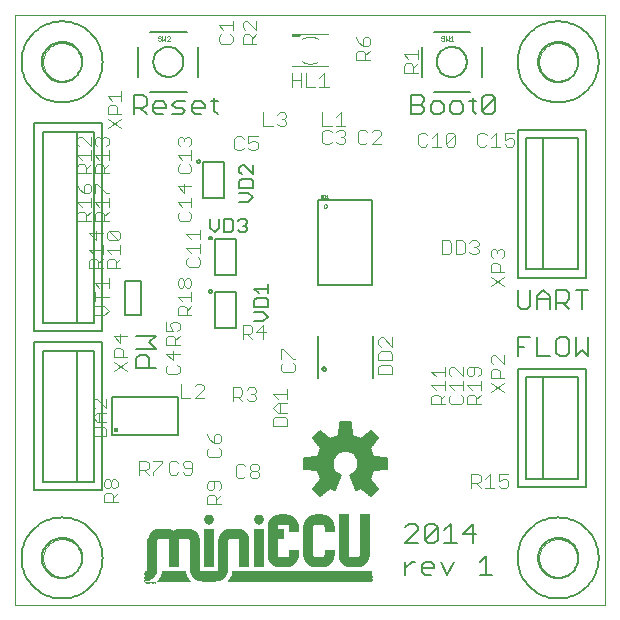
<source format=gto>
G75*
%MOIN*%
%OFA0B0*%
%FSLAX24Y24*%
%IPPOS*%
%LPD*%
%AMOC8*
5,1,8,0,0,1.08239X$1,22.5*
%
%ADD10C,0.0000*%
%ADD11C,0.0060*%
%ADD12C,0.0050*%
%ADD13C,0.0020*%
%ADD14C,0.0010*%
%ADD15C,0.0080*%
%ADD16C,0.0040*%
%ADD17C,0.0157*%
%ADD18C,0.0059*%
%ADD19R,0.0006X0.0006*%
%ADD20R,0.1104X0.0006*%
%ADD21R,0.0484X0.0006*%
%ADD22R,0.4801X0.0006*%
%ADD23R,0.0077X0.0006*%
%ADD24R,0.1093X0.0006*%
%ADD25R,0.0614X0.0006*%
%ADD26R,0.0112X0.0006*%
%ADD27R,0.1081X0.0006*%
%ADD28R,0.0673X0.0006*%
%ADD29R,0.0130X0.0006*%
%ADD30R,0.1069X0.0006*%
%ADD31R,0.0709X0.0006*%
%ADD32R,0.4795X0.0006*%
%ADD33R,0.0148X0.0006*%
%ADD34R,0.1057X0.0006*%
%ADD35R,0.0744X0.0006*%
%ADD36R,0.4789X0.0006*%
%ADD37R,0.0165X0.0006*%
%ADD38R,0.1045X0.0006*%
%ADD39R,0.0780X0.0006*%
%ADD40R,0.4783X0.0006*%
%ADD41R,0.0177X0.0006*%
%ADD42R,0.1039X0.0006*%
%ADD43R,0.0803X0.0006*%
%ADD44R,0.4778X0.0006*%
%ADD45R,0.0189X0.0006*%
%ADD46R,0.1028X0.0006*%
%ADD47R,0.0827X0.0006*%
%ADD48R,0.4772X0.0006*%
%ADD49R,0.0201X0.0006*%
%ADD50R,0.1022X0.0006*%
%ADD51R,0.0850X0.0006*%
%ADD52R,0.0213X0.0006*%
%ADD53R,0.1010X0.0006*%
%ADD54R,0.0868X0.0006*%
%ADD55R,0.4766X0.0006*%
%ADD56R,0.0219X0.0006*%
%ADD57R,0.0998X0.0006*%
%ADD58R,0.0886X0.0006*%
%ADD59R,0.4760X0.0006*%
%ADD60R,0.0230X0.0006*%
%ADD61R,0.0992X0.0006*%
%ADD62R,0.0909X0.0006*%
%ADD63R,0.4754X0.0006*%
%ADD64R,0.0236X0.0006*%
%ADD65R,0.0986X0.0006*%
%ADD66R,0.0921X0.0006*%
%ADD67R,0.0248X0.0006*%
%ADD68R,0.0974X0.0006*%
%ADD69R,0.0939X0.0006*%
%ADD70R,0.4748X0.0006*%
%ADD71R,0.0254X0.0006*%
%ADD72R,0.0963X0.0006*%
%ADD73R,0.0957X0.0006*%
%ADD74R,0.4742X0.0006*%
%ADD75R,0.0260X0.0006*%
%ADD76R,0.0969X0.0006*%
%ADD77R,0.4736X0.0006*%
%ADD78R,0.0266X0.0006*%
%ADD79R,0.0951X0.0006*%
%ADD80R,0.0980X0.0006*%
%ADD81R,0.0272X0.0006*%
%ADD82R,0.4730X0.0006*%
%ADD83R,0.0278X0.0006*%
%ADD84R,0.1004X0.0006*%
%ADD85R,0.0283X0.0006*%
%ADD86R,0.0927X0.0006*%
%ADD87R,0.1016X0.0006*%
%ADD88R,0.4724X0.0006*%
%ADD89R,0.0289X0.0006*%
%ADD90R,0.4719X0.0006*%
%ADD91R,0.0295X0.0006*%
%ADD92R,0.0915X0.0006*%
%ADD93R,0.0301X0.0006*%
%ADD94R,0.1051X0.0006*%
%ADD95R,0.4713X0.0006*%
%ADD96R,0.0307X0.0006*%
%ADD97R,0.0904X0.0006*%
%ADD98R,0.1063X0.0006*%
%ADD99R,0.0313X0.0006*%
%ADD100R,0.0892X0.0006*%
%ADD101R,0.1075X0.0006*%
%ADD102R,0.4707X0.0006*%
%ADD103R,0.0319X0.0006*%
%ADD104R,0.1087X0.0006*%
%ADD105R,0.0325X0.0006*%
%ADD106R,0.0880X0.0006*%
%ADD107R,0.4701X0.0006*%
%ADD108R,0.0331X0.0006*%
%ADD109R,0.0874X0.0006*%
%ADD110R,0.1110X0.0006*%
%ADD111R,0.4695X0.0006*%
%ADD112R,0.0337X0.0006*%
%ADD113R,0.1122X0.0006*%
%ADD114R,0.0343X0.0006*%
%ADD115R,0.0862X0.0006*%
%ADD116R,0.1128X0.0006*%
%ADD117R,0.4689X0.0006*%
%ADD118R,0.0348X0.0006*%
%ADD119R,0.0856X0.0006*%
%ADD120R,0.1140X0.0006*%
%ADD121R,0.0354X0.0006*%
%ADD122R,0.0844X0.0006*%
%ADD123R,0.1152X0.0006*%
%ADD124R,0.4683X0.0006*%
%ADD125R,0.1157X0.0006*%
%ADD126R,0.0360X0.0006*%
%ADD127R,0.1163X0.0006*%
%ADD128R,0.0833X0.0006*%
%ADD129R,0.1169X0.0006*%
%ADD130R,0.4677X0.0006*%
%ADD131R,0.0366X0.0006*%
%ADD132R,0.1175X0.0006*%
%ADD133R,0.1181X0.0006*%
%ADD134R,0.0372X0.0006*%
%ADD135R,0.0821X0.0006*%
%ADD136R,0.1187X0.0006*%
%ADD137R,0.4671X0.0006*%
%ADD138R,0.0378X0.0006*%
%ADD139R,0.1199X0.0006*%
%ADD140R,0.0384X0.0006*%
%ADD141R,0.0809X0.0006*%
%ADD142R,0.1211X0.0006*%
%ADD143R,0.4665X0.0006*%
%ADD144R,0.0390X0.0006*%
%ADD145R,0.1222X0.0006*%
%ADD146R,0.0797X0.0006*%
%ADD147R,0.4659X0.0006*%
%ADD148R,0.0396X0.0006*%
%ADD149R,0.1234X0.0006*%
%ADD150R,0.4654X0.0006*%
%ADD151R,0.4648X0.0006*%
%ADD152R,0.0242X0.0006*%
%ADD153R,0.0431X0.0006*%
%ADD154R,0.0478X0.0006*%
%ADD155R,0.0514X0.0006*%
%ADD156R,0.0537X0.0006*%
%ADD157R,0.0573X0.0006*%
%ADD158R,0.0596X0.0006*%
%ADD159R,0.0620X0.0006*%
%ADD160R,0.0632X0.0006*%
%ADD161R,0.0656X0.0006*%
%ADD162R,0.0691X0.0006*%
%ADD163R,0.0703X0.0006*%
%ADD164R,0.0720X0.0006*%
%ADD165R,0.0738X0.0006*%
%ADD166R,0.0750X0.0006*%
%ADD167R,0.0762X0.0006*%
%ADD168R,0.0774X0.0006*%
%ADD169R,0.0791X0.0006*%
%ADD170R,0.0933X0.0006*%
%ADD171R,0.0945X0.0006*%
%ADD172R,0.0419X0.0006*%
%ADD173R,0.1707X0.0006*%
%ADD174R,0.0549X0.0006*%
%ADD175R,0.1695X0.0006*%
%ADD176R,0.1683X0.0006*%
%ADD177R,0.1677X0.0006*%
%ADD178R,0.1671X0.0006*%
%ADD179R,0.1659X0.0006*%
%ADD180R,0.1654X0.0006*%
%ADD181R,0.1648X0.0006*%
%ADD182R,0.1642X0.0006*%
%ADD183R,0.1636X0.0006*%
%ADD184R,0.1630X0.0006*%
%ADD185R,0.1624X0.0006*%
%ADD186R,0.1612X0.0006*%
%ADD187R,0.1606X0.0006*%
%ADD188R,0.0898X0.0006*%
%ADD189R,0.1600X0.0006*%
%ADD190R,0.1589X0.0006*%
%ADD191R,0.1583X0.0006*%
%ADD192R,0.1577X0.0006*%
%ADD193R,0.1565X0.0006*%
%ADD194R,0.1553X0.0006*%
%ADD195R,0.1547X0.0006*%
%ADD196R,0.0839X0.0006*%
%ADD197R,0.1535X0.0006*%
%ADD198R,0.1524X0.0006*%
%ADD199R,0.0815X0.0006*%
%ADD200R,0.1512X0.0006*%
%ADD201R,0.1506X0.0006*%
%ADD202R,0.1494X0.0006*%
%ADD203R,0.0785X0.0006*%
%ADD204R,0.1476X0.0006*%
%ADD205R,0.0768X0.0006*%
%ADD206R,0.1465X0.0006*%
%ADD207R,0.0756X0.0006*%
%ADD208R,0.1453X0.0006*%
%ADD209R,0.1441X0.0006*%
%ADD210R,0.0732X0.0006*%
%ADD211R,0.1423X0.0006*%
%ADD212R,0.0715X0.0006*%
%ADD213R,0.0697X0.0006*%
%ADD214R,0.0685X0.0006*%
%ADD215R,0.0679X0.0006*%
%ADD216R,0.0667X0.0006*%
%ADD217R,0.0650X0.0006*%
%ADD218R,0.0626X0.0006*%
%ADD219R,0.0608X0.0006*%
%ADD220R,0.0591X0.0006*%
%ADD221R,0.0585X0.0006*%
%ADD222R,0.0567X0.0006*%
%ADD223R,0.0561X0.0006*%
%ADD224R,0.0508X0.0006*%
%ADD225R,0.0472X0.0006*%
%ADD226R,0.0030X0.0006*%
%ADD227R,0.0089X0.0006*%
%ADD228R,0.0124X0.0006*%
%ADD229R,0.0159X0.0006*%
%ADD230R,0.0183X0.0006*%
%ADD231R,0.0195X0.0006*%
%ADD232R,0.0207X0.0006*%
D10*
X000198Y000198D02*
X000198Y019883D01*
X019883Y019883D01*
X019883Y000198D01*
X000198Y000198D01*
X001143Y001773D02*
X001145Y001823D01*
X001151Y001873D01*
X001161Y001922D01*
X001175Y001970D01*
X001192Y002017D01*
X001213Y002062D01*
X001238Y002106D01*
X001266Y002147D01*
X001298Y002186D01*
X001332Y002223D01*
X001369Y002257D01*
X001409Y002287D01*
X001451Y002314D01*
X001495Y002338D01*
X001541Y002359D01*
X001588Y002375D01*
X001636Y002388D01*
X001686Y002397D01*
X001735Y002402D01*
X001786Y002403D01*
X001836Y002400D01*
X001885Y002393D01*
X001934Y002382D01*
X001982Y002367D01*
X002028Y002349D01*
X002073Y002327D01*
X002116Y002301D01*
X002157Y002272D01*
X002196Y002240D01*
X002232Y002205D01*
X002264Y002167D01*
X002294Y002127D01*
X002321Y002084D01*
X002344Y002040D01*
X002363Y001994D01*
X002379Y001946D01*
X002391Y001897D01*
X002399Y001848D01*
X002403Y001798D01*
X002403Y001748D01*
X002399Y001698D01*
X002391Y001649D01*
X002379Y001600D01*
X002363Y001552D01*
X002344Y001506D01*
X002321Y001462D01*
X002294Y001419D01*
X002264Y001379D01*
X002232Y001341D01*
X002196Y001306D01*
X002157Y001274D01*
X002116Y001245D01*
X002073Y001219D01*
X002028Y001197D01*
X001982Y001179D01*
X001934Y001164D01*
X001885Y001153D01*
X001836Y001146D01*
X001786Y001143D01*
X001735Y001144D01*
X001686Y001149D01*
X001636Y001158D01*
X001588Y001171D01*
X001541Y001187D01*
X001495Y001208D01*
X001451Y001232D01*
X001409Y001259D01*
X001369Y001289D01*
X001332Y001323D01*
X001298Y001360D01*
X001266Y001399D01*
X001238Y001440D01*
X001213Y001484D01*
X001192Y001529D01*
X001175Y001576D01*
X001161Y001624D01*
X001151Y001673D01*
X001145Y001723D01*
X001143Y001773D01*
X004529Y000956D02*
X004537Y000968D01*
X004540Y000964D02*
X004544Y000964D01*
X004542Y000966D02*
X004542Y000958D01*
X004544Y000956D01*
X004547Y000956D02*
X004547Y000964D01*
X004549Y000964D01*
X004551Y000962D01*
X004553Y000964D01*
X004555Y000962D01*
X004555Y000956D01*
X004558Y000956D02*
X004564Y000956D01*
X004566Y000958D01*
X004566Y000962D01*
X004564Y000964D01*
X004558Y000964D01*
X004558Y000952D01*
X004551Y000956D02*
X004551Y000962D01*
X004569Y000956D02*
X004577Y000968D01*
X004580Y000968D02*
X004582Y000968D01*
X004582Y000956D01*
X004580Y000956D02*
X004584Y000956D01*
X004587Y000958D02*
X004589Y000956D01*
X004593Y000956D01*
X004595Y000958D01*
X004595Y000962D01*
X004593Y000964D01*
X004589Y000964D01*
X004587Y000962D01*
X004587Y000958D01*
X004598Y000958D02*
X004600Y000956D01*
X004606Y000956D01*
X004606Y000954D02*
X004606Y000964D01*
X004600Y000964D01*
X004598Y000962D01*
X004598Y000958D01*
X004602Y000952D02*
X004604Y000952D01*
X004606Y000954D01*
X004609Y000958D02*
X004611Y000956D01*
X004615Y000956D01*
X004617Y000958D01*
X004617Y000962D01*
X004615Y000964D01*
X004611Y000964D01*
X004609Y000962D01*
X004609Y000958D01*
X004620Y000954D02*
X004628Y000954D01*
X004633Y000956D02*
X004633Y000966D01*
X004635Y000968D01*
X004635Y000962D02*
X004631Y000962D01*
X004638Y000962D02*
X004638Y000958D01*
X004640Y000956D01*
X004644Y000956D01*
X004646Y000958D01*
X004646Y000962D01*
X004644Y000964D01*
X004640Y000964D01*
X004638Y000962D01*
X004649Y000964D02*
X004655Y000964D01*
X004657Y000962D01*
X004657Y000956D01*
X004662Y000958D02*
X004664Y000956D01*
X004662Y000958D02*
X004662Y000966D01*
X004660Y000964D02*
X004664Y000964D01*
X004667Y000954D02*
X004675Y000954D01*
X004678Y000958D02*
X004680Y000956D01*
X004686Y000956D01*
X004686Y000964D01*
X004689Y000964D02*
X004695Y000964D01*
X004697Y000962D01*
X004697Y000956D01*
X004700Y000958D02*
X004700Y000962D01*
X004701Y000964D01*
X004707Y000964D01*
X004710Y000962D02*
X004712Y000964D01*
X004716Y000964D01*
X004718Y000962D01*
X004718Y000960D01*
X004710Y000960D01*
X004710Y000958D02*
X004710Y000962D01*
X004710Y000958D02*
X004712Y000956D01*
X004716Y000956D01*
X004721Y000956D02*
X004721Y000964D01*
X004721Y000960D02*
X004725Y000964D01*
X004727Y000964D01*
X004730Y000962D02*
X004732Y000964D01*
X004738Y000964D01*
X004741Y000962D02*
X004741Y000958D01*
X004743Y000956D01*
X004749Y000956D01*
X004752Y000958D02*
X004754Y000956D01*
X004758Y000956D01*
X004760Y000958D01*
X004760Y000962D01*
X004758Y000964D01*
X004754Y000964D01*
X004752Y000962D01*
X004752Y000958D01*
X004749Y000964D02*
X004743Y000964D01*
X004741Y000962D01*
X004738Y000958D02*
X004736Y000960D01*
X004732Y000960D01*
X004730Y000962D01*
X004730Y000956D02*
X004736Y000956D01*
X004738Y000958D01*
X004763Y000956D02*
X004763Y000964D01*
X004763Y000960D02*
X004767Y000964D01*
X004769Y000964D01*
X004772Y000962D02*
X004774Y000964D01*
X004778Y000964D01*
X004780Y000962D01*
X004780Y000960D01*
X004772Y000960D01*
X004772Y000958D02*
X004772Y000962D01*
X004772Y000958D02*
X004774Y000956D01*
X004778Y000956D01*
X004783Y000954D02*
X004791Y000954D01*
X004794Y000956D02*
X004802Y000964D01*
X004802Y000966D01*
X004800Y000968D01*
X004796Y000968D01*
X004794Y000966D01*
X004794Y000956D02*
X004802Y000956D01*
X004805Y000954D02*
X004813Y000954D01*
X004816Y000956D02*
X004821Y000956D01*
X004823Y000958D01*
X004823Y000962D01*
X004821Y000964D01*
X004816Y000964D01*
X004816Y000968D02*
X004816Y000956D01*
X004826Y000956D02*
X004826Y000964D01*
X004826Y000960D02*
X004830Y000964D01*
X004832Y000964D01*
X004835Y000960D02*
X004841Y000964D01*
X004835Y000960D02*
X004841Y000956D01*
X004845Y000956D02*
X004846Y000956D01*
X004846Y000958D01*
X004845Y000958D01*
X004845Y000956D01*
X004850Y000956D02*
X004856Y000956D01*
X004858Y000958D01*
X004858Y000962D01*
X004856Y000964D01*
X004850Y000964D01*
X004850Y000968D02*
X004850Y000956D01*
X004861Y000956D02*
X004861Y000964D01*
X004863Y000964D01*
X004865Y000962D01*
X004867Y000964D01*
X004869Y000962D01*
X004869Y000956D01*
X004872Y000956D02*
X004878Y000956D01*
X004880Y000958D01*
X004880Y000962D01*
X004878Y000964D01*
X004872Y000964D01*
X004872Y000952D01*
X004865Y000956D02*
X004865Y000962D01*
X004835Y000956D02*
X004835Y000968D01*
X004707Y000968D02*
X004707Y000956D01*
X004701Y000956D01*
X004700Y000958D01*
X004689Y000956D02*
X004689Y000964D01*
X004678Y000964D02*
X004678Y000958D01*
X004649Y000956D02*
X004649Y000964D01*
X017679Y001773D02*
X017681Y001823D01*
X017687Y001873D01*
X017697Y001922D01*
X017711Y001970D01*
X017728Y002017D01*
X017749Y002062D01*
X017774Y002106D01*
X017802Y002147D01*
X017834Y002186D01*
X017868Y002223D01*
X017905Y002257D01*
X017945Y002287D01*
X017987Y002314D01*
X018031Y002338D01*
X018077Y002359D01*
X018124Y002375D01*
X018172Y002388D01*
X018222Y002397D01*
X018271Y002402D01*
X018322Y002403D01*
X018372Y002400D01*
X018421Y002393D01*
X018470Y002382D01*
X018518Y002367D01*
X018564Y002349D01*
X018609Y002327D01*
X018652Y002301D01*
X018693Y002272D01*
X018732Y002240D01*
X018768Y002205D01*
X018800Y002167D01*
X018830Y002127D01*
X018857Y002084D01*
X018880Y002040D01*
X018899Y001994D01*
X018915Y001946D01*
X018927Y001897D01*
X018935Y001848D01*
X018939Y001798D01*
X018939Y001748D01*
X018935Y001698D01*
X018927Y001649D01*
X018915Y001600D01*
X018899Y001552D01*
X018880Y001506D01*
X018857Y001462D01*
X018830Y001419D01*
X018800Y001379D01*
X018768Y001341D01*
X018732Y001306D01*
X018693Y001274D01*
X018652Y001245D01*
X018609Y001219D01*
X018564Y001197D01*
X018518Y001179D01*
X018470Y001164D01*
X018421Y001153D01*
X018372Y001146D01*
X018322Y001143D01*
X018271Y001144D01*
X018222Y001149D01*
X018172Y001158D01*
X018124Y001171D01*
X018077Y001187D01*
X018031Y001208D01*
X017987Y001232D01*
X017945Y001259D01*
X017905Y001289D01*
X017868Y001323D01*
X017834Y001360D01*
X017802Y001399D01*
X017774Y001440D01*
X017749Y001484D01*
X017728Y001529D01*
X017711Y001576D01*
X017697Y001624D01*
X017687Y001673D01*
X017681Y001723D01*
X017679Y001773D01*
X017679Y018309D02*
X017681Y018359D01*
X017687Y018409D01*
X017697Y018458D01*
X017711Y018506D01*
X017728Y018553D01*
X017749Y018598D01*
X017774Y018642D01*
X017802Y018683D01*
X017834Y018722D01*
X017868Y018759D01*
X017905Y018793D01*
X017945Y018823D01*
X017987Y018850D01*
X018031Y018874D01*
X018077Y018895D01*
X018124Y018911D01*
X018172Y018924D01*
X018222Y018933D01*
X018271Y018938D01*
X018322Y018939D01*
X018372Y018936D01*
X018421Y018929D01*
X018470Y018918D01*
X018518Y018903D01*
X018564Y018885D01*
X018609Y018863D01*
X018652Y018837D01*
X018693Y018808D01*
X018732Y018776D01*
X018768Y018741D01*
X018800Y018703D01*
X018830Y018663D01*
X018857Y018620D01*
X018880Y018576D01*
X018899Y018530D01*
X018915Y018482D01*
X018927Y018433D01*
X018935Y018384D01*
X018939Y018334D01*
X018939Y018284D01*
X018935Y018234D01*
X018927Y018185D01*
X018915Y018136D01*
X018899Y018088D01*
X018880Y018042D01*
X018857Y017998D01*
X018830Y017955D01*
X018800Y017915D01*
X018768Y017877D01*
X018732Y017842D01*
X018693Y017810D01*
X018652Y017781D01*
X018609Y017755D01*
X018564Y017733D01*
X018518Y017715D01*
X018470Y017700D01*
X018421Y017689D01*
X018372Y017682D01*
X018322Y017679D01*
X018271Y017680D01*
X018222Y017685D01*
X018172Y017694D01*
X018124Y017707D01*
X018077Y017723D01*
X018031Y017744D01*
X017987Y017768D01*
X017945Y017795D01*
X017905Y017825D01*
X017868Y017859D01*
X017834Y017896D01*
X017802Y017935D01*
X017774Y017976D01*
X017749Y018020D01*
X017728Y018065D01*
X017711Y018112D01*
X017697Y018160D01*
X017687Y018209D01*
X017681Y018259D01*
X017679Y018309D01*
X001143Y018309D02*
X001145Y018359D01*
X001151Y018409D01*
X001161Y018458D01*
X001175Y018506D01*
X001192Y018553D01*
X001213Y018598D01*
X001238Y018642D01*
X001266Y018683D01*
X001298Y018722D01*
X001332Y018759D01*
X001369Y018793D01*
X001409Y018823D01*
X001451Y018850D01*
X001495Y018874D01*
X001541Y018895D01*
X001588Y018911D01*
X001636Y018924D01*
X001686Y018933D01*
X001735Y018938D01*
X001786Y018939D01*
X001836Y018936D01*
X001885Y018929D01*
X001934Y018918D01*
X001982Y018903D01*
X002028Y018885D01*
X002073Y018863D01*
X002116Y018837D01*
X002157Y018808D01*
X002196Y018776D01*
X002232Y018741D01*
X002264Y018703D01*
X002294Y018663D01*
X002321Y018620D01*
X002344Y018576D01*
X002363Y018530D01*
X002379Y018482D01*
X002391Y018433D01*
X002399Y018384D01*
X002403Y018334D01*
X002403Y018284D01*
X002399Y018234D01*
X002391Y018185D01*
X002379Y018136D01*
X002363Y018088D01*
X002344Y018042D01*
X002321Y017998D01*
X002294Y017955D01*
X002264Y017915D01*
X002232Y017877D01*
X002196Y017842D01*
X002157Y017810D01*
X002116Y017781D01*
X002073Y017755D01*
X002028Y017733D01*
X001982Y017715D01*
X001934Y017700D01*
X001885Y017689D01*
X001836Y017682D01*
X001786Y017679D01*
X001735Y017680D01*
X001686Y017685D01*
X001636Y017694D01*
X001588Y017707D01*
X001541Y017723D01*
X001495Y017744D01*
X001451Y017768D01*
X001409Y017795D01*
X001369Y017825D01*
X001332Y017859D01*
X001298Y017896D01*
X001266Y017935D01*
X001238Y017976D01*
X001213Y018020D01*
X001192Y018065D01*
X001175Y018112D01*
X001161Y018160D01*
X001151Y018209D01*
X001145Y018259D01*
X001143Y018309D01*
D11*
X000423Y018309D02*
X000425Y018382D01*
X000431Y018455D01*
X000441Y018527D01*
X000455Y018599D01*
X000472Y018670D01*
X000494Y018740D01*
X000519Y018809D01*
X000548Y018876D01*
X000580Y018941D01*
X000616Y019005D01*
X000656Y019067D01*
X000698Y019126D01*
X000744Y019183D01*
X000793Y019237D01*
X000845Y019289D01*
X000899Y019338D01*
X000956Y019384D01*
X001015Y019426D01*
X001077Y019466D01*
X001141Y019502D01*
X001206Y019534D01*
X001273Y019563D01*
X001342Y019588D01*
X001412Y019610D01*
X001483Y019627D01*
X001555Y019641D01*
X001627Y019651D01*
X001700Y019657D01*
X001773Y019659D01*
X001846Y019657D01*
X001919Y019651D01*
X001991Y019641D01*
X002063Y019627D01*
X002134Y019610D01*
X002204Y019588D01*
X002273Y019563D01*
X002340Y019534D01*
X002405Y019502D01*
X002469Y019466D01*
X002531Y019426D01*
X002590Y019384D01*
X002647Y019338D01*
X002701Y019289D01*
X002753Y019237D01*
X002802Y019183D01*
X002848Y019126D01*
X002890Y019067D01*
X002930Y019005D01*
X002966Y018941D01*
X002998Y018876D01*
X003027Y018809D01*
X003052Y018740D01*
X003074Y018670D01*
X003091Y018599D01*
X003105Y018527D01*
X003115Y018455D01*
X003121Y018382D01*
X003123Y018309D01*
X003121Y018236D01*
X003115Y018163D01*
X003105Y018091D01*
X003091Y018019D01*
X003074Y017948D01*
X003052Y017878D01*
X003027Y017809D01*
X002998Y017742D01*
X002966Y017677D01*
X002930Y017613D01*
X002890Y017551D01*
X002848Y017492D01*
X002802Y017435D01*
X002753Y017381D01*
X002701Y017329D01*
X002647Y017280D01*
X002590Y017234D01*
X002531Y017192D01*
X002469Y017152D01*
X002405Y017116D01*
X002340Y017084D01*
X002273Y017055D01*
X002204Y017030D01*
X002134Y017008D01*
X002063Y016991D01*
X001991Y016977D01*
X001919Y016967D01*
X001846Y016961D01*
X001773Y016959D01*
X001700Y016961D01*
X001627Y016967D01*
X001555Y016977D01*
X001483Y016991D01*
X001412Y017008D01*
X001342Y017030D01*
X001273Y017055D01*
X001206Y017084D01*
X001141Y017116D01*
X001077Y017152D01*
X001015Y017192D01*
X000956Y017234D01*
X000899Y017280D01*
X000845Y017329D01*
X000793Y017381D01*
X000744Y017435D01*
X000698Y017492D01*
X000656Y017551D01*
X000616Y017613D01*
X000580Y017677D01*
X000548Y017742D01*
X000519Y017809D01*
X000494Y017878D01*
X000472Y017948D01*
X000455Y018019D01*
X000441Y018091D01*
X000431Y018163D01*
X000425Y018236D01*
X000423Y018309D01*
X004165Y017208D02*
X004165Y016567D01*
X004165Y016781D02*
X004486Y016781D01*
X004592Y016887D01*
X004592Y017101D01*
X004486Y017208D01*
X004165Y017208D01*
X004379Y016781D02*
X004592Y016567D01*
X004810Y016674D02*
X004810Y016887D01*
X004917Y016994D01*
X005130Y016994D01*
X005237Y016887D01*
X005237Y016781D01*
X004810Y016781D01*
X004810Y016674D02*
X004917Y016567D01*
X005130Y016567D01*
X005455Y016567D02*
X005775Y016567D01*
X005882Y016674D01*
X005775Y016781D01*
X005561Y016781D01*
X005455Y016887D01*
X005561Y016994D01*
X005882Y016994D01*
X006099Y016887D02*
X006099Y016674D01*
X006206Y016567D01*
X006419Y016567D01*
X006526Y016781D02*
X006099Y016781D01*
X006099Y016887D02*
X006206Y016994D01*
X006419Y016994D01*
X006526Y016887D01*
X006526Y016781D01*
X006744Y016994D02*
X006957Y016994D01*
X006850Y017101D02*
X006850Y016674D01*
X006957Y016567D01*
X006277Y014996D02*
X006279Y015009D01*
X006284Y015021D01*
X006293Y015031D01*
X006304Y015038D01*
X006316Y015042D01*
X006330Y015042D01*
X006342Y015038D01*
X006353Y015031D01*
X006362Y015021D01*
X006367Y015009D01*
X006369Y014996D01*
X006367Y014983D01*
X006362Y014971D01*
X006353Y014961D01*
X006342Y014954D01*
X006330Y014950D01*
X006316Y014950D01*
X006304Y014954D01*
X006293Y014961D01*
X006284Y014971D01*
X006279Y014983D01*
X006277Y014996D01*
X006481Y014962D02*
X007168Y014962D01*
X007168Y013781D01*
X006481Y013781D01*
X006481Y014962D01*
X006671Y012437D02*
X006673Y012450D01*
X006678Y012462D01*
X006687Y012472D01*
X006698Y012479D01*
X006710Y012483D01*
X006724Y012483D01*
X006736Y012479D01*
X006747Y012472D01*
X006756Y012462D01*
X006761Y012450D01*
X006763Y012437D01*
X006761Y012424D01*
X006756Y012412D01*
X006747Y012402D01*
X006736Y012395D01*
X006724Y012391D01*
X006710Y012391D01*
X006698Y012395D01*
X006687Y012402D01*
X006678Y012412D01*
X006673Y012424D01*
X006671Y012437D01*
X006874Y012403D02*
X007562Y012403D01*
X007562Y011222D01*
X006874Y011222D01*
X006874Y012403D01*
X006671Y010666D02*
X006673Y010679D01*
X006678Y010691D01*
X006687Y010701D01*
X006698Y010708D01*
X006710Y010712D01*
X006724Y010712D01*
X006736Y010708D01*
X006747Y010701D01*
X006756Y010691D01*
X006761Y010679D01*
X006763Y010666D01*
X006761Y010653D01*
X006756Y010641D01*
X006747Y010631D01*
X006736Y010624D01*
X006724Y010620D01*
X006710Y010620D01*
X006698Y010624D01*
X006687Y010631D01*
X006678Y010641D01*
X006673Y010653D01*
X006671Y010666D01*
X006874Y010631D02*
X007562Y010631D01*
X007562Y009450D01*
X006874Y009450D01*
X006874Y010631D01*
X004893Y009174D02*
X004252Y009174D01*
X004252Y008747D02*
X004893Y008747D01*
X004679Y008961D01*
X004893Y009174D01*
X004573Y008529D02*
X004359Y008529D01*
X004252Y008423D01*
X004252Y008102D01*
X004893Y008102D01*
X004679Y008102D02*
X004679Y008423D01*
X004573Y008529D01*
X004395Y009875D02*
X003875Y009875D01*
X003875Y010995D01*
X004395Y010995D01*
X004395Y009875D01*
X010292Y009176D02*
X010292Y007756D01*
X012152Y007756D02*
X012152Y009176D01*
X016961Y009137D02*
X016961Y008496D01*
X016961Y008816D02*
X017174Y008816D01*
X016961Y009137D02*
X017388Y009137D01*
X017605Y009137D02*
X017605Y008496D01*
X018032Y008496D01*
X018250Y008603D02*
X018357Y008496D01*
X018570Y008496D01*
X018677Y008603D01*
X018677Y009030D01*
X018570Y009137D01*
X018357Y009137D01*
X018250Y009030D01*
X018250Y008603D01*
X018894Y008496D02*
X019108Y008710D01*
X019321Y008496D01*
X019321Y009137D01*
X018894Y009137D02*
X018894Y008496D01*
X019108Y010071D02*
X019108Y010711D01*
X019321Y010711D02*
X018894Y010711D01*
X018677Y010605D02*
X018677Y010391D01*
X018570Y010284D01*
X018250Y010284D01*
X018250Y010071D02*
X018250Y010711D01*
X018570Y010711D01*
X018677Y010605D01*
X018463Y010284D02*
X018677Y010071D01*
X018032Y010071D02*
X018032Y010498D01*
X017819Y010711D01*
X017605Y010498D01*
X017605Y010071D01*
X017388Y010178D02*
X017388Y010711D01*
X017605Y010391D02*
X018032Y010391D01*
X017388Y010178D02*
X017281Y010071D01*
X017067Y010071D01*
X016961Y010178D01*
X016961Y010711D01*
X016101Y016567D02*
X015888Y016567D01*
X015781Y016674D01*
X016208Y017101D01*
X016208Y016674D01*
X016101Y016567D01*
X015781Y016674D02*
X015781Y017101D01*
X015888Y017208D01*
X016101Y017208D01*
X016208Y017101D01*
X015565Y016994D02*
X015351Y016994D01*
X015458Y017101D02*
X015458Y016674D01*
X015565Y016567D01*
X015134Y016674D02*
X015134Y016887D01*
X015027Y016994D01*
X014813Y016994D01*
X014707Y016887D01*
X014707Y016674D01*
X014813Y016567D01*
X015027Y016567D01*
X015134Y016674D01*
X014489Y016674D02*
X014489Y016887D01*
X014382Y016994D01*
X014169Y016994D01*
X014062Y016887D01*
X014062Y016674D01*
X014169Y016567D01*
X014382Y016567D01*
X014489Y016674D01*
X013844Y016674D02*
X013738Y016567D01*
X013417Y016567D01*
X013417Y017208D01*
X013738Y017208D01*
X013844Y017101D01*
X013844Y016994D01*
X013738Y016887D01*
X013417Y016887D01*
X013738Y016887D02*
X013844Y016781D01*
X013844Y016674D01*
X016959Y018309D02*
X016961Y018382D01*
X016967Y018455D01*
X016977Y018527D01*
X016991Y018599D01*
X017008Y018670D01*
X017030Y018740D01*
X017055Y018809D01*
X017084Y018876D01*
X017116Y018941D01*
X017152Y019005D01*
X017192Y019067D01*
X017234Y019126D01*
X017280Y019183D01*
X017329Y019237D01*
X017381Y019289D01*
X017435Y019338D01*
X017492Y019384D01*
X017551Y019426D01*
X017613Y019466D01*
X017677Y019502D01*
X017742Y019534D01*
X017809Y019563D01*
X017878Y019588D01*
X017948Y019610D01*
X018019Y019627D01*
X018091Y019641D01*
X018163Y019651D01*
X018236Y019657D01*
X018309Y019659D01*
X018382Y019657D01*
X018455Y019651D01*
X018527Y019641D01*
X018599Y019627D01*
X018670Y019610D01*
X018740Y019588D01*
X018809Y019563D01*
X018876Y019534D01*
X018941Y019502D01*
X019005Y019466D01*
X019067Y019426D01*
X019126Y019384D01*
X019183Y019338D01*
X019237Y019289D01*
X019289Y019237D01*
X019338Y019183D01*
X019384Y019126D01*
X019426Y019067D01*
X019466Y019005D01*
X019502Y018941D01*
X019534Y018876D01*
X019563Y018809D01*
X019588Y018740D01*
X019610Y018670D01*
X019627Y018599D01*
X019641Y018527D01*
X019651Y018455D01*
X019657Y018382D01*
X019659Y018309D01*
X019657Y018236D01*
X019651Y018163D01*
X019641Y018091D01*
X019627Y018019D01*
X019610Y017948D01*
X019588Y017878D01*
X019563Y017809D01*
X019534Y017742D01*
X019502Y017677D01*
X019466Y017613D01*
X019426Y017551D01*
X019384Y017492D01*
X019338Y017435D01*
X019289Y017381D01*
X019237Y017329D01*
X019183Y017280D01*
X019126Y017234D01*
X019067Y017192D01*
X019005Y017152D01*
X018941Y017116D01*
X018876Y017084D01*
X018809Y017055D01*
X018740Y017030D01*
X018670Y017008D01*
X018599Y016991D01*
X018527Y016977D01*
X018455Y016967D01*
X018382Y016961D01*
X018309Y016959D01*
X018236Y016961D01*
X018163Y016967D01*
X018091Y016977D01*
X018019Y016991D01*
X017948Y017008D01*
X017878Y017030D01*
X017809Y017055D01*
X017742Y017084D01*
X017677Y017116D01*
X017613Y017152D01*
X017551Y017192D01*
X017492Y017234D01*
X017435Y017280D01*
X017381Y017329D01*
X017329Y017381D01*
X017280Y017435D01*
X017234Y017492D01*
X017192Y017551D01*
X017152Y017613D01*
X017116Y017677D01*
X017084Y017742D01*
X017055Y017809D01*
X017030Y017878D01*
X017008Y017948D01*
X016991Y018019D01*
X016977Y018091D01*
X016967Y018163D01*
X016961Y018236D01*
X016959Y018309D01*
X015474Y002903D02*
X015154Y002583D01*
X015581Y002583D01*
X015474Y002263D02*
X015474Y002903D01*
X014937Y002263D02*
X014510Y002263D01*
X014723Y002263D02*
X014723Y002903D01*
X014510Y002690D01*
X014292Y002796D02*
X013865Y002369D01*
X013972Y002263D01*
X014185Y002263D01*
X014292Y002369D01*
X014292Y002796D01*
X014185Y002903D01*
X013972Y002903D01*
X013865Y002796D01*
X013865Y002369D01*
X013648Y002263D02*
X013221Y002263D01*
X013648Y002690D01*
X013648Y002796D01*
X013541Y002903D01*
X013327Y002903D01*
X013221Y002796D01*
X013221Y001640D02*
X013221Y001213D01*
X013221Y001426D02*
X013434Y001640D01*
X013541Y001640D01*
X013758Y001533D02*
X013864Y001640D01*
X014078Y001640D01*
X014185Y001533D01*
X014185Y001426D01*
X013758Y001426D01*
X013758Y001319D02*
X013758Y001533D01*
X013758Y001319D02*
X013864Y001213D01*
X014078Y001213D01*
X014402Y001640D02*
X014616Y001213D01*
X014829Y001640D01*
X015691Y001640D02*
X015905Y001853D01*
X015905Y001213D01*
X016118Y001213D02*
X015691Y001213D01*
X016959Y001773D02*
X016961Y001846D01*
X016967Y001919D01*
X016977Y001991D01*
X016991Y002063D01*
X017008Y002134D01*
X017030Y002204D01*
X017055Y002273D01*
X017084Y002340D01*
X017116Y002405D01*
X017152Y002469D01*
X017192Y002531D01*
X017234Y002590D01*
X017280Y002647D01*
X017329Y002701D01*
X017381Y002753D01*
X017435Y002802D01*
X017492Y002848D01*
X017551Y002890D01*
X017613Y002930D01*
X017677Y002966D01*
X017742Y002998D01*
X017809Y003027D01*
X017878Y003052D01*
X017948Y003074D01*
X018019Y003091D01*
X018091Y003105D01*
X018163Y003115D01*
X018236Y003121D01*
X018309Y003123D01*
X018382Y003121D01*
X018455Y003115D01*
X018527Y003105D01*
X018599Y003091D01*
X018670Y003074D01*
X018740Y003052D01*
X018809Y003027D01*
X018876Y002998D01*
X018941Y002966D01*
X019005Y002930D01*
X019067Y002890D01*
X019126Y002848D01*
X019183Y002802D01*
X019237Y002753D01*
X019289Y002701D01*
X019338Y002647D01*
X019384Y002590D01*
X019426Y002531D01*
X019466Y002469D01*
X019502Y002405D01*
X019534Y002340D01*
X019563Y002273D01*
X019588Y002204D01*
X019610Y002134D01*
X019627Y002063D01*
X019641Y001991D01*
X019651Y001919D01*
X019657Y001846D01*
X019659Y001773D01*
X019657Y001700D01*
X019651Y001627D01*
X019641Y001555D01*
X019627Y001483D01*
X019610Y001412D01*
X019588Y001342D01*
X019563Y001273D01*
X019534Y001206D01*
X019502Y001141D01*
X019466Y001077D01*
X019426Y001015D01*
X019384Y000956D01*
X019338Y000899D01*
X019289Y000845D01*
X019237Y000793D01*
X019183Y000744D01*
X019126Y000698D01*
X019067Y000656D01*
X019005Y000616D01*
X018941Y000580D01*
X018876Y000548D01*
X018809Y000519D01*
X018740Y000494D01*
X018670Y000472D01*
X018599Y000455D01*
X018527Y000441D01*
X018455Y000431D01*
X018382Y000425D01*
X018309Y000423D01*
X018236Y000425D01*
X018163Y000431D01*
X018091Y000441D01*
X018019Y000455D01*
X017948Y000472D01*
X017878Y000494D01*
X017809Y000519D01*
X017742Y000548D01*
X017677Y000580D01*
X017613Y000616D01*
X017551Y000656D01*
X017492Y000698D01*
X017435Y000744D01*
X017381Y000793D01*
X017329Y000845D01*
X017280Y000899D01*
X017234Y000956D01*
X017192Y001015D01*
X017152Y001077D01*
X017116Y001141D01*
X017084Y001206D01*
X017055Y001273D01*
X017030Y001342D01*
X017008Y001412D01*
X016991Y001483D01*
X016977Y001555D01*
X016967Y001627D01*
X016961Y001700D01*
X016959Y001773D01*
X000423Y001773D02*
X000425Y001846D01*
X000431Y001919D01*
X000441Y001991D01*
X000455Y002063D01*
X000472Y002134D01*
X000494Y002204D01*
X000519Y002273D01*
X000548Y002340D01*
X000580Y002405D01*
X000616Y002469D01*
X000656Y002531D01*
X000698Y002590D01*
X000744Y002647D01*
X000793Y002701D01*
X000845Y002753D01*
X000899Y002802D01*
X000956Y002848D01*
X001015Y002890D01*
X001077Y002930D01*
X001141Y002966D01*
X001206Y002998D01*
X001273Y003027D01*
X001342Y003052D01*
X001412Y003074D01*
X001483Y003091D01*
X001555Y003105D01*
X001627Y003115D01*
X001700Y003121D01*
X001773Y003123D01*
X001846Y003121D01*
X001919Y003115D01*
X001991Y003105D01*
X002063Y003091D01*
X002134Y003074D01*
X002204Y003052D01*
X002273Y003027D01*
X002340Y002998D01*
X002405Y002966D01*
X002469Y002930D01*
X002531Y002890D01*
X002590Y002848D01*
X002647Y002802D01*
X002701Y002753D01*
X002753Y002701D01*
X002802Y002647D01*
X002848Y002590D01*
X002890Y002531D01*
X002930Y002469D01*
X002966Y002405D01*
X002998Y002340D01*
X003027Y002273D01*
X003052Y002204D01*
X003074Y002134D01*
X003091Y002063D01*
X003105Y001991D01*
X003115Y001919D01*
X003121Y001846D01*
X003123Y001773D01*
X003121Y001700D01*
X003115Y001627D01*
X003105Y001555D01*
X003091Y001483D01*
X003074Y001412D01*
X003052Y001342D01*
X003027Y001273D01*
X002998Y001206D01*
X002966Y001141D01*
X002930Y001077D01*
X002890Y001015D01*
X002848Y000956D01*
X002802Y000899D01*
X002753Y000845D01*
X002701Y000793D01*
X002647Y000744D01*
X002590Y000698D01*
X002531Y000656D01*
X002469Y000616D01*
X002405Y000580D01*
X002340Y000548D01*
X002273Y000519D01*
X002204Y000494D01*
X002134Y000472D01*
X002063Y000455D01*
X001991Y000441D01*
X001919Y000431D01*
X001846Y000425D01*
X001773Y000423D01*
X001700Y000425D01*
X001627Y000431D01*
X001555Y000441D01*
X001483Y000455D01*
X001412Y000472D01*
X001342Y000494D01*
X001273Y000519D01*
X001206Y000548D01*
X001141Y000580D01*
X001077Y000616D01*
X001015Y000656D01*
X000956Y000698D01*
X000899Y000744D01*
X000845Y000793D01*
X000793Y000845D01*
X000744Y000899D01*
X000698Y000956D01*
X000656Y001015D01*
X000616Y001077D01*
X000580Y001141D01*
X000548Y001206D01*
X000519Y001273D01*
X000494Y001342D01*
X000472Y001412D01*
X000455Y001483D01*
X000441Y001555D01*
X000431Y001627D01*
X000425Y001700D01*
X000423Y001773D01*
D12*
X000848Y004033D02*
X000848Y008962D01*
X003112Y008962D01*
X003112Y004033D01*
X000848Y004033D01*
X001124Y004309D02*
X001124Y008687D01*
X002273Y008687D01*
X002273Y004309D01*
X001124Y004309D01*
X002273Y004309D02*
X002836Y004309D01*
X002836Y008687D01*
X002273Y008687D01*
X003112Y009332D02*
X000848Y009332D01*
X000848Y016261D01*
X003112Y016261D01*
X003112Y009332D01*
X002836Y009608D02*
X002273Y009608D01*
X002273Y015986D01*
X002836Y015986D01*
X002836Y009608D01*
X002273Y009608D02*
X001124Y009608D01*
X001124Y015986D01*
X002273Y015986D01*
X006719Y013075D02*
X006719Y012775D01*
X006870Y012625D01*
X007020Y012775D01*
X007020Y013075D01*
X007180Y013075D02*
X007405Y013075D01*
X007480Y013000D01*
X007480Y012700D01*
X007405Y012625D01*
X007180Y012625D01*
X007180Y013075D01*
X007640Y013000D02*
X007715Y013075D01*
X007865Y013075D01*
X007941Y013000D01*
X007941Y012925D01*
X007865Y012850D01*
X007941Y012775D01*
X007941Y012700D01*
X007865Y012625D01*
X007715Y012625D01*
X007640Y012700D01*
X007790Y012850D02*
X007865Y012850D01*
X007985Y013640D02*
X007685Y013640D01*
X007985Y013640D02*
X008135Y013791D01*
X007985Y013941D01*
X007685Y013941D01*
X007685Y014101D02*
X007685Y014326D01*
X007760Y014401D01*
X008060Y014401D01*
X008135Y014326D01*
X008135Y014101D01*
X007685Y014101D01*
X007760Y014561D02*
X007685Y014636D01*
X007685Y014786D01*
X007760Y014862D01*
X007835Y014862D01*
X008135Y014561D01*
X008135Y014862D01*
X010320Y013699D02*
X010320Y010888D01*
X012112Y010888D01*
X012112Y013699D01*
X010320Y013699D01*
X008638Y010893D02*
X008638Y010593D01*
X008638Y010743D02*
X008188Y010743D01*
X008338Y010593D01*
X008263Y010433D02*
X008188Y010358D01*
X008188Y010133D01*
X008638Y010133D01*
X008638Y010358D01*
X008563Y010433D01*
X008263Y010433D01*
X008188Y009973D02*
X008488Y009973D01*
X008638Y009822D01*
X008488Y009672D01*
X008188Y009672D01*
X005631Y007128D02*
X005631Y005868D01*
X003427Y005868D01*
X003427Y007128D01*
X005631Y007128D01*
X016970Y008069D02*
X016970Y004139D01*
X019234Y004139D01*
X019234Y008069D01*
X016970Y008069D01*
X017246Y007793D02*
X017809Y007793D01*
X017809Y004415D01*
X017246Y004415D01*
X017246Y007793D01*
X017809Y007793D02*
X018958Y007793D01*
X018958Y004415D01*
X017809Y004415D01*
X016970Y011120D02*
X019234Y011120D01*
X019234Y016049D01*
X016970Y016049D01*
X016970Y011120D01*
X017246Y011395D02*
X017809Y011395D01*
X017809Y015773D01*
X018958Y015773D01*
X018958Y011395D01*
X017809Y011395D01*
X017246Y011395D02*
X017246Y015773D01*
X017809Y015773D01*
D13*
X010490Y013502D02*
X010492Y013516D01*
X010498Y013530D01*
X010506Y013542D01*
X010518Y013550D01*
X010532Y013556D01*
X010546Y013558D01*
X010560Y013556D01*
X010574Y013550D01*
X010586Y013542D01*
X010594Y013530D01*
X010600Y013516D01*
X010602Y013502D01*
X010600Y013488D01*
X010594Y013474D01*
X010586Y013462D01*
X010574Y013454D01*
X010560Y013448D01*
X010546Y013446D01*
X010532Y013448D01*
X010518Y013454D01*
X010506Y013462D01*
X010498Y013474D01*
X010492Y013488D01*
X010490Y013502D01*
D14*
X010486Y013782D02*
X010531Y013782D01*
X010546Y013797D01*
X010546Y013858D01*
X010531Y013873D01*
X010486Y013873D01*
X010486Y013782D01*
X010454Y013797D02*
X010454Y013858D01*
X010439Y013873D01*
X010394Y013873D01*
X010394Y013782D01*
X010439Y013782D01*
X010454Y013797D01*
X010578Y013782D02*
X010638Y013782D01*
X010608Y013782D02*
X010608Y013873D01*
X010578Y013843D01*
X014445Y019014D02*
X014420Y019039D01*
X014445Y019014D02*
X014495Y019014D01*
X014520Y019039D01*
X014520Y019064D01*
X014495Y019089D01*
X014445Y019089D01*
X014420Y019114D01*
X014420Y019139D01*
X014445Y019164D01*
X014495Y019164D01*
X014520Y019139D01*
X014568Y019164D02*
X014568Y019014D01*
X014618Y019064D01*
X014668Y019014D01*
X014668Y019164D01*
X014715Y019114D02*
X014765Y019164D01*
X014765Y019014D01*
X014715Y019014D02*
X014815Y019014D01*
X005366Y019014D02*
X005266Y019014D01*
X005366Y019114D01*
X005366Y019139D01*
X005341Y019164D01*
X005291Y019164D01*
X005266Y019139D01*
X005219Y019164D02*
X005219Y019014D01*
X005169Y019064D01*
X005119Y019014D01*
X005119Y019164D01*
X005072Y019139D02*
X005047Y019164D01*
X004997Y019164D01*
X004972Y019139D01*
X004972Y019114D01*
X004997Y019089D01*
X005047Y019089D01*
X005072Y019064D01*
X005072Y019039D01*
X005047Y019014D01*
X004997Y019014D01*
X004972Y019039D01*
D15*
X004710Y019309D02*
X005923Y019309D01*
X006317Y018797D02*
X006317Y017820D01*
X005923Y017309D02*
X004710Y017309D01*
X004317Y017820D02*
X004317Y018809D01*
X004817Y018309D02*
X004819Y018353D01*
X004825Y018397D01*
X004835Y018440D01*
X004848Y018482D01*
X004865Y018523D01*
X004886Y018562D01*
X004910Y018599D01*
X004937Y018634D01*
X004967Y018666D01*
X005000Y018696D01*
X005036Y018722D01*
X005073Y018746D01*
X005113Y018765D01*
X005154Y018782D01*
X005197Y018794D01*
X005240Y018803D01*
X005284Y018808D01*
X005328Y018809D01*
X005372Y018806D01*
X005416Y018799D01*
X005459Y018788D01*
X005501Y018774D01*
X005541Y018756D01*
X005580Y018734D01*
X005616Y018710D01*
X005650Y018682D01*
X005682Y018651D01*
X005711Y018617D01*
X005737Y018581D01*
X005759Y018543D01*
X005778Y018503D01*
X005793Y018461D01*
X005805Y018419D01*
X005813Y018375D01*
X005817Y018331D01*
X005817Y018287D01*
X005813Y018243D01*
X005805Y018199D01*
X005793Y018157D01*
X005778Y018115D01*
X005759Y018075D01*
X005737Y018037D01*
X005711Y018001D01*
X005682Y017967D01*
X005650Y017936D01*
X005616Y017908D01*
X005580Y017884D01*
X005541Y017862D01*
X005501Y017844D01*
X005459Y017830D01*
X005416Y017819D01*
X005372Y017812D01*
X005328Y017809D01*
X005284Y017810D01*
X005240Y017815D01*
X005197Y017824D01*
X005154Y017836D01*
X005113Y017853D01*
X005073Y017872D01*
X005036Y017896D01*
X005000Y017922D01*
X004967Y017952D01*
X004937Y017984D01*
X004910Y018019D01*
X004886Y018056D01*
X004865Y018095D01*
X004848Y018136D01*
X004835Y018178D01*
X004825Y018221D01*
X004819Y018265D01*
X004817Y018309D01*
X001104Y018309D02*
X001106Y018360D01*
X001112Y018411D01*
X001122Y018461D01*
X001135Y018511D01*
X001153Y018559D01*
X001173Y018606D01*
X001198Y018651D01*
X001226Y018694D01*
X001257Y018735D01*
X001291Y018773D01*
X001328Y018808D01*
X001367Y018841D01*
X001409Y018871D01*
X001453Y018897D01*
X001499Y018919D01*
X001547Y018939D01*
X001596Y018954D01*
X001646Y018966D01*
X001696Y018974D01*
X001747Y018978D01*
X001799Y018978D01*
X001850Y018974D01*
X001900Y018966D01*
X001950Y018954D01*
X001999Y018939D01*
X002047Y018919D01*
X002093Y018897D01*
X002137Y018871D01*
X002179Y018841D01*
X002218Y018808D01*
X002255Y018773D01*
X002289Y018735D01*
X002320Y018694D01*
X002348Y018651D01*
X002373Y018606D01*
X002393Y018559D01*
X002411Y018511D01*
X002424Y018461D01*
X002434Y018411D01*
X002440Y018360D01*
X002442Y018309D01*
X002440Y018258D01*
X002434Y018207D01*
X002424Y018157D01*
X002411Y018107D01*
X002393Y018059D01*
X002373Y018012D01*
X002348Y017967D01*
X002320Y017924D01*
X002289Y017883D01*
X002255Y017845D01*
X002218Y017810D01*
X002179Y017777D01*
X002137Y017747D01*
X002093Y017721D01*
X002047Y017699D01*
X001999Y017679D01*
X001950Y017664D01*
X001900Y017652D01*
X001850Y017644D01*
X001799Y017640D01*
X001747Y017640D01*
X001696Y017644D01*
X001646Y017652D01*
X001596Y017664D01*
X001547Y017679D01*
X001499Y017699D01*
X001453Y017721D01*
X001409Y017747D01*
X001367Y017777D01*
X001328Y017810D01*
X001291Y017845D01*
X001257Y017883D01*
X001226Y017924D01*
X001198Y017967D01*
X001173Y018012D01*
X001153Y018059D01*
X001135Y018107D01*
X001122Y018157D01*
X001112Y018207D01*
X001106Y018258D01*
X001104Y018309D01*
X010455Y008076D02*
X010457Y008091D01*
X010463Y008104D01*
X010472Y008116D01*
X010483Y008125D01*
X010497Y008131D01*
X010512Y008133D01*
X010527Y008131D01*
X010540Y008125D01*
X010552Y008116D01*
X010561Y008105D01*
X010567Y008091D01*
X010569Y008076D01*
X010567Y008061D01*
X010561Y008048D01*
X010552Y008036D01*
X010541Y008027D01*
X010527Y008021D01*
X010512Y008019D01*
X010497Y008021D01*
X010484Y008027D01*
X010472Y008036D01*
X010463Y008047D01*
X010457Y008061D01*
X010455Y008076D01*
X017640Y001773D02*
X017642Y001824D01*
X017648Y001875D01*
X017658Y001925D01*
X017671Y001975D01*
X017689Y002023D01*
X017709Y002070D01*
X017734Y002115D01*
X017762Y002158D01*
X017793Y002199D01*
X017827Y002237D01*
X017864Y002272D01*
X017903Y002305D01*
X017945Y002335D01*
X017989Y002361D01*
X018035Y002383D01*
X018083Y002403D01*
X018132Y002418D01*
X018182Y002430D01*
X018232Y002438D01*
X018283Y002442D01*
X018335Y002442D01*
X018386Y002438D01*
X018436Y002430D01*
X018486Y002418D01*
X018535Y002403D01*
X018583Y002383D01*
X018629Y002361D01*
X018673Y002335D01*
X018715Y002305D01*
X018754Y002272D01*
X018791Y002237D01*
X018825Y002199D01*
X018856Y002158D01*
X018884Y002115D01*
X018909Y002070D01*
X018929Y002023D01*
X018947Y001975D01*
X018960Y001925D01*
X018970Y001875D01*
X018976Y001824D01*
X018978Y001773D01*
X018976Y001722D01*
X018970Y001671D01*
X018960Y001621D01*
X018947Y001571D01*
X018929Y001523D01*
X018909Y001476D01*
X018884Y001431D01*
X018856Y001388D01*
X018825Y001347D01*
X018791Y001309D01*
X018754Y001274D01*
X018715Y001241D01*
X018673Y001211D01*
X018629Y001185D01*
X018583Y001163D01*
X018535Y001143D01*
X018486Y001128D01*
X018436Y001116D01*
X018386Y001108D01*
X018335Y001104D01*
X018283Y001104D01*
X018232Y001108D01*
X018182Y001116D01*
X018132Y001128D01*
X018083Y001143D01*
X018035Y001163D01*
X017989Y001185D01*
X017945Y001211D01*
X017903Y001241D01*
X017864Y001274D01*
X017827Y001309D01*
X017793Y001347D01*
X017762Y001388D01*
X017734Y001431D01*
X017709Y001476D01*
X017689Y001523D01*
X017671Y001571D01*
X017658Y001621D01*
X017648Y001671D01*
X017642Y001722D01*
X017640Y001773D01*
X015372Y017309D02*
X014159Y017309D01*
X013765Y017820D02*
X013765Y018809D01*
X014159Y019309D02*
X015372Y019309D01*
X015765Y018797D02*
X015765Y017820D01*
X014265Y018309D02*
X014267Y018353D01*
X014273Y018397D01*
X014283Y018440D01*
X014296Y018482D01*
X014313Y018523D01*
X014334Y018562D01*
X014358Y018599D01*
X014385Y018634D01*
X014415Y018666D01*
X014448Y018696D01*
X014484Y018722D01*
X014521Y018746D01*
X014561Y018765D01*
X014602Y018782D01*
X014645Y018794D01*
X014688Y018803D01*
X014732Y018808D01*
X014776Y018809D01*
X014820Y018806D01*
X014864Y018799D01*
X014907Y018788D01*
X014949Y018774D01*
X014989Y018756D01*
X015028Y018734D01*
X015064Y018710D01*
X015098Y018682D01*
X015130Y018651D01*
X015159Y018617D01*
X015185Y018581D01*
X015207Y018543D01*
X015226Y018503D01*
X015241Y018461D01*
X015253Y018419D01*
X015261Y018375D01*
X015265Y018331D01*
X015265Y018287D01*
X015261Y018243D01*
X015253Y018199D01*
X015241Y018157D01*
X015226Y018115D01*
X015207Y018075D01*
X015185Y018037D01*
X015159Y018001D01*
X015130Y017967D01*
X015098Y017936D01*
X015064Y017908D01*
X015028Y017884D01*
X014989Y017862D01*
X014949Y017844D01*
X014907Y017830D01*
X014864Y017819D01*
X014820Y017812D01*
X014776Y017809D01*
X014732Y017810D01*
X014688Y017815D01*
X014645Y017824D01*
X014602Y017836D01*
X014561Y017853D01*
X014521Y017872D01*
X014484Y017896D01*
X014448Y017922D01*
X014415Y017952D01*
X014385Y017984D01*
X014358Y018019D01*
X014334Y018056D01*
X014313Y018095D01*
X014296Y018136D01*
X014283Y018178D01*
X014273Y018221D01*
X014267Y018265D01*
X014265Y018309D01*
X017640Y018309D02*
X017642Y018360D01*
X017648Y018411D01*
X017658Y018461D01*
X017671Y018511D01*
X017689Y018559D01*
X017709Y018606D01*
X017734Y018651D01*
X017762Y018694D01*
X017793Y018735D01*
X017827Y018773D01*
X017864Y018808D01*
X017903Y018841D01*
X017945Y018871D01*
X017989Y018897D01*
X018035Y018919D01*
X018083Y018939D01*
X018132Y018954D01*
X018182Y018966D01*
X018232Y018974D01*
X018283Y018978D01*
X018335Y018978D01*
X018386Y018974D01*
X018436Y018966D01*
X018486Y018954D01*
X018535Y018939D01*
X018583Y018919D01*
X018629Y018897D01*
X018673Y018871D01*
X018715Y018841D01*
X018754Y018808D01*
X018791Y018773D01*
X018825Y018735D01*
X018856Y018694D01*
X018884Y018651D01*
X018909Y018606D01*
X018929Y018559D01*
X018947Y018511D01*
X018960Y018461D01*
X018970Y018411D01*
X018976Y018360D01*
X018978Y018309D01*
X018976Y018258D01*
X018970Y018207D01*
X018960Y018157D01*
X018947Y018107D01*
X018929Y018059D01*
X018909Y018012D01*
X018884Y017967D01*
X018856Y017924D01*
X018825Y017883D01*
X018791Y017845D01*
X018754Y017810D01*
X018715Y017777D01*
X018673Y017747D01*
X018629Y017721D01*
X018583Y017699D01*
X018535Y017679D01*
X018486Y017664D01*
X018436Y017652D01*
X018386Y017644D01*
X018335Y017640D01*
X018283Y017640D01*
X018232Y017644D01*
X018182Y017652D01*
X018132Y017664D01*
X018083Y017679D01*
X018035Y017699D01*
X017989Y017721D01*
X017945Y017747D01*
X017903Y017777D01*
X017864Y017810D01*
X017827Y017845D01*
X017793Y017883D01*
X017762Y017924D01*
X017734Y017967D01*
X017709Y018012D01*
X017689Y018059D01*
X017671Y018107D01*
X017658Y018157D01*
X017648Y018207D01*
X017642Y018258D01*
X017640Y018309D01*
X001104Y001773D02*
X001106Y001824D01*
X001112Y001875D01*
X001122Y001925D01*
X001135Y001975D01*
X001153Y002023D01*
X001173Y002070D01*
X001198Y002115D01*
X001226Y002158D01*
X001257Y002199D01*
X001291Y002237D01*
X001328Y002272D01*
X001367Y002305D01*
X001409Y002335D01*
X001453Y002361D01*
X001499Y002383D01*
X001547Y002403D01*
X001596Y002418D01*
X001646Y002430D01*
X001696Y002438D01*
X001747Y002442D01*
X001799Y002442D01*
X001850Y002438D01*
X001900Y002430D01*
X001950Y002418D01*
X001999Y002403D01*
X002047Y002383D01*
X002093Y002361D01*
X002137Y002335D01*
X002179Y002305D01*
X002218Y002272D01*
X002255Y002237D01*
X002289Y002199D01*
X002320Y002158D01*
X002348Y002115D01*
X002373Y002070D01*
X002393Y002023D01*
X002411Y001975D01*
X002424Y001925D01*
X002434Y001875D01*
X002440Y001824D01*
X002442Y001773D01*
X002440Y001722D01*
X002434Y001671D01*
X002424Y001621D01*
X002411Y001571D01*
X002393Y001523D01*
X002373Y001476D01*
X002348Y001431D01*
X002320Y001388D01*
X002289Y001347D01*
X002255Y001309D01*
X002218Y001274D01*
X002179Y001241D01*
X002137Y001211D01*
X002093Y001185D01*
X002047Y001163D01*
X001999Y001143D01*
X001950Y001128D01*
X001900Y001116D01*
X001850Y001108D01*
X001799Y001104D01*
X001747Y001104D01*
X001696Y001108D01*
X001646Y001116D01*
X001596Y001128D01*
X001547Y001143D01*
X001499Y001163D01*
X001453Y001185D01*
X001409Y001211D01*
X001367Y001241D01*
X001328Y001274D01*
X001291Y001309D01*
X001257Y001347D01*
X001226Y001388D01*
X001198Y001431D01*
X001173Y001476D01*
X001153Y001523D01*
X001135Y001571D01*
X001122Y001621D01*
X001112Y001671D01*
X001106Y001722D01*
X001104Y001773D01*
D16*
X003171Y003628D02*
X003171Y003859D01*
X003248Y003935D01*
X003401Y003935D01*
X003478Y003859D01*
X003478Y003628D01*
X003631Y003628D02*
X003171Y003628D01*
X003478Y003782D02*
X003631Y003935D01*
X003554Y004089D02*
X003478Y004089D01*
X003401Y004165D01*
X003401Y004319D01*
X003478Y004396D01*
X003554Y004396D01*
X003631Y004319D01*
X003631Y004165D01*
X003554Y004089D01*
X003401Y004165D02*
X003324Y004089D01*
X003248Y004089D01*
X003171Y004165D01*
X003171Y004319D01*
X003248Y004396D01*
X003324Y004396D01*
X003401Y004319D01*
X004352Y004549D02*
X004352Y005010D01*
X004582Y005010D01*
X004659Y004933D01*
X004659Y004779D01*
X004582Y004703D01*
X004352Y004703D01*
X004506Y004703D02*
X004659Y004549D01*
X004813Y004549D02*
X004813Y004626D01*
X005120Y004933D01*
X005120Y005010D01*
X004813Y005010D01*
X005337Y004933D02*
X005337Y004626D01*
X005413Y004549D01*
X005567Y004549D01*
X005643Y004626D01*
X005797Y004626D02*
X005874Y004549D01*
X006027Y004549D01*
X006104Y004626D01*
X006104Y004933D01*
X006027Y005010D01*
X005874Y005010D01*
X005797Y004933D01*
X005797Y004856D01*
X005874Y004779D01*
X006104Y004779D01*
X005643Y004933D02*
X005567Y005010D01*
X005413Y005010D01*
X005337Y004933D01*
X006608Y005216D02*
X006685Y005140D01*
X006991Y005140D01*
X007068Y005216D01*
X007068Y005370D01*
X006991Y005447D01*
X006991Y005600D02*
X007068Y005677D01*
X007068Y005830D01*
X006991Y005907D01*
X006915Y005907D01*
X006838Y005830D01*
X006838Y005600D01*
X006991Y005600D01*
X006838Y005600D02*
X006685Y005754D01*
X006608Y005907D01*
X006685Y005447D02*
X006608Y005370D01*
X006608Y005216D01*
X006685Y004332D02*
X006608Y004255D01*
X006608Y004102D01*
X006685Y004025D01*
X006761Y004025D01*
X006838Y004102D01*
X006838Y004332D01*
X006991Y004332D02*
X006685Y004332D01*
X006991Y004332D02*
X007068Y004255D01*
X007068Y004102D01*
X006991Y004025D01*
X007068Y003872D02*
X006915Y003718D01*
X006915Y003795D02*
X006915Y003565D01*
X007068Y003565D02*
X006608Y003565D01*
X006608Y003795D01*
X006685Y003872D01*
X006838Y003872D01*
X006915Y003795D01*
X007565Y004520D02*
X007642Y004443D01*
X007796Y004443D01*
X007872Y004520D01*
X008026Y004520D02*
X008026Y004596D01*
X008102Y004673D01*
X008256Y004673D01*
X008333Y004596D01*
X008333Y004520D01*
X008256Y004443D01*
X008102Y004443D01*
X008026Y004520D01*
X008102Y004673D02*
X008026Y004750D01*
X008026Y004826D01*
X008102Y004903D01*
X008256Y004903D01*
X008333Y004826D01*
X008333Y004750D01*
X008256Y004673D01*
X007872Y004826D02*
X007796Y004903D01*
X007642Y004903D01*
X007565Y004826D01*
X007565Y004520D01*
X008811Y006161D02*
X008811Y006392D01*
X008887Y006468D01*
X009194Y006468D01*
X009271Y006392D01*
X009271Y006161D01*
X008811Y006161D01*
X008964Y006622D02*
X008811Y006775D01*
X008964Y006929D01*
X009271Y006929D01*
X009271Y007082D02*
X009271Y007389D01*
X009271Y007236D02*
X008811Y007236D01*
X008964Y007082D01*
X009041Y006929D02*
X009041Y006622D01*
X008964Y006622D02*
X009271Y006622D01*
X008239Y007072D02*
X008162Y006996D01*
X008009Y006996D01*
X007932Y007072D01*
X007779Y006996D02*
X007625Y007149D01*
X007702Y007149D02*
X007472Y007149D01*
X007472Y006996D02*
X007472Y007456D01*
X007702Y007456D01*
X007779Y007379D01*
X007779Y007226D01*
X007702Y007149D01*
X007932Y007379D02*
X008009Y007456D01*
X008162Y007456D01*
X008239Y007379D01*
X008239Y007303D01*
X008162Y007226D01*
X008239Y007149D01*
X008239Y007072D01*
X008162Y007226D02*
X008086Y007226D01*
X009076Y008036D02*
X009076Y008189D01*
X009153Y008266D01*
X009076Y008419D02*
X009076Y008726D01*
X009153Y008726D01*
X009460Y008419D01*
X009537Y008419D01*
X009460Y008266D02*
X009537Y008189D01*
X009537Y008036D01*
X009460Y007959D01*
X009153Y007959D01*
X009076Y008036D01*
X008483Y009083D02*
X008483Y009543D01*
X008253Y009313D01*
X008560Y009313D01*
X008099Y009313D02*
X008023Y009236D01*
X007792Y009236D01*
X007792Y009083D02*
X007792Y009543D01*
X008023Y009543D01*
X008099Y009467D01*
X008099Y009313D01*
X007946Y009236D02*
X008099Y009083D01*
X006498Y007492D02*
X006421Y007569D01*
X006267Y007569D01*
X006191Y007492D01*
X006498Y007415D02*
X006191Y007108D01*
X006498Y007108D01*
X006498Y007415D02*
X006498Y007492D01*
X006037Y007108D02*
X005730Y007108D01*
X005730Y007569D01*
X005614Y007896D02*
X005690Y007972D01*
X005690Y008126D01*
X005614Y008203D01*
X005460Y008356D02*
X005460Y008663D01*
X005537Y008880D02*
X005537Y009110D01*
X005460Y009187D01*
X005307Y009187D01*
X005230Y009110D01*
X005230Y008880D01*
X005690Y008880D01*
X005537Y009033D02*
X005690Y009187D01*
X005614Y009340D02*
X005690Y009417D01*
X005690Y009570D01*
X005614Y009647D01*
X005460Y009647D01*
X005383Y009570D01*
X005383Y009494D01*
X005460Y009340D01*
X005230Y009340D01*
X005230Y009647D01*
X005624Y009864D02*
X005624Y010094D01*
X005700Y010171D01*
X005854Y010171D01*
X005930Y010094D01*
X005930Y009864D01*
X005930Y010018D02*
X006084Y010171D01*
X006084Y010324D02*
X006084Y010631D01*
X006084Y010478D02*
X005624Y010478D01*
X005777Y010324D01*
X005624Y009864D02*
X006084Y009864D01*
X006007Y010785D02*
X005930Y010785D01*
X005854Y010862D01*
X005854Y011015D01*
X005930Y011092D01*
X006007Y011092D01*
X006084Y011015D01*
X006084Y010862D01*
X006007Y010785D01*
X005854Y010862D02*
X005777Y010785D01*
X005700Y010785D01*
X005624Y010862D01*
X005624Y011015D01*
X005700Y011092D01*
X005777Y011092D01*
X005854Y011015D01*
X005991Y011483D02*
X006298Y011483D01*
X006374Y011559D01*
X006374Y011713D01*
X006298Y011790D01*
X006374Y011943D02*
X006374Y012250D01*
X006374Y012403D02*
X006374Y012710D01*
X006374Y012557D02*
X005914Y012557D01*
X006068Y012403D01*
X005914Y012096D02*
X006374Y012096D01*
X006068Y011943D02*
X005914Y012096D01*
X005991Y011790D02*
X005914Y011713D01*
X005914Y011559D01*
X005991Y011483D01*
X006007Y013014D02*
X005700Y013014D01*
X005624Y013090D01*
X005624Y013244D01*
X005700Y013321D01*
X005777Y013474D02*
X005624Y013628D01*
X006084Y013628D01*
X006084Y013781D02*
X006084Y013474D01*
X006007Y013321D02*
X006084Y013244D01*
X006084Y013090D01*
X006007Y013014D01*
X005854Y013934D02*
X005854Y014241D01*
X006084Y014165D02*
X005624Y014165D01*
X005854Y013934D01*
X005700Y014589D02*
X006007Y014589D01*
X006084Y014665D01*
X006084Y014819D01*
X006007Y014895D01*
X006084Y015049D02*
X006084Y015356D01*
X006084Y015202D02*
X005624Y015202D01*
X005777Y015049D01*
X005700Y014895D02*
X005624Y014819D01*
X005624Y014665D01*
X005700Y014589D01*
X005700Y015509D02*
X005624Y015586D01*
X005624Y015739D01*
X005700Y015816D01*
X005777Y015816D01*
X005854Y015739D01*
X005930Y015816D01*
X006007Y015816D01*
X006084Y015739D01*
X006084Y015586D01*
X006007Y015509D01*
X005854Y015663D02*
X005854Y015739D01*
X007522Y015747D02*
X007522Y015440D01*
X007598Y015363D01*
X007752Y015363D01*
X007829Y015440D01*
X007982Y015440D02*
X008059Y015363D01*
X008212Y015363D01*
X008289Y015440D01*
X008289Y015594D01*
X008212Y015670D01*
X008136Y015670D01*
X007982Y015594D01*
X007982Y015824D01*
X008289Y015824D01*
X008486Y016163D02*
X008793Y016163D01*
X008947Y016240D02*
X009023Y016163D01*
X009177Y016163D01*
X009253Y016240D01*
X009253Y016317D01*
X009177Y016394D01*
X009100Y016394D01*
X009177Y016394D02*
X009253Y016470D01*
X009253Y016547D01*
X009177Y016624D01*
X009023Y016624D01*
X008947Y016547D01*
X008486Y016624D02*
X008486Y016163D01*
X007829Y015747D02*
X007752Y015824D01*
X007598Y015824D01*
X007522Y015747D01*
X009430Y017472D02*
X009430Y017933D01*
X009430Y017703D02*
X009737Y017703D01*
X009737Y017933D02*
X009737Y017472D01*
X009890Y017472D02*
X010197Y017472D01*
X010351Y017472D02*
X010657Y017472D01*
X010504Y017472D02*
X010504Y017933D01*
X010351Y017779D01*
X009890Y017933D02*
X009890Y017472D01*
X009431Y018171D02*
X010651Y018171D01*
X010297Y019076D02*
X010261Y019098D01*
X010224Y019117D01*
X010185Y019132D01*
X010145Y019143D01*
X010103Y019151D01*
X010062Y019155D01*
X010020Y019155D01*
X009979Y019151D01*
X009937Y019143D01*
X009897Y019132D01*
X009858Y019117D01*
X009821Y019098D01*
X009785Y019076D01*
X009661Y019179D02*
X009431Y019179D01*
X009431Y019165D02*
X009647Y019165D01*
X009716Y019234D01*
X009431Y019234D01*
X009431Y019165D01*
X009431Y019218D02*
X009700Y019218D01*
X009431Y019234D02*
X010651Y019234D01*
X010297Y018329D02*
X010261Y018307D01*
X010224Y018288D01*
X010185Y018273D01*
X010145Y018262D01*
X010103Y018254D01*
X010062Y018250D01*
X010020Y018250D01*
X009979Y018254D01*
X009937Y018262D01*
X009897Y018273D01*
X009858Y018288D01*
X009821Y018307D01*
X009785Y018329D01*
X008249Y018919D02*
X007789Y018919D01*
X007789Y019149D01*
X007866Y019226D01*
X008019Y019226D01*
X008096Y019149D01*
X008096Y018919D01*
X008096Y019073D02*
X008249Y019226D01*
X008249Y019380D02*
X007942Y019687D01*
X007866Y019687D01*
X007789Y019610D01*
X007789Y019456D01*
X007866Y019380D01*
X008249Y019380D02*
X008249Y019687D01*
X007462Y019687D02*
X007462Y019380D01*
X007462Y019533D02*
X007001Y019533D01*
X007155Y019380D01*
X007078Y019226D02*
X007001Y019149D01*
X007001Y018996D01*
X007078Y018919D01*
X007385Y018919D01*
X007462Y018996D01*
X007462Y019149D01*
X007385Y019226D01*
X010455Y016624D02*
X010455Y016163D01*
X010762Y016163D01*
X010685Y016033D02*
X010531Y016033D01*
X010455Y015956D01*
X010455Y015649D01*
X010531Y015573D01*
X010685Y015573D01*
X010762Y015649D01*
X010915Y015649D02*
X010992Y015573D01*
X011145Y015573D01*
X011222Y015649D01*
X011222Y015726D01*
X011145Y015803D01*
X011069Y015803D01*
X011145Y015803D02*
X011222Y015880D01*
X011222Y015956D01*
X011145Y016033D01*
X010992Y016033D01*
X010915Y015956D01*
X010762Y015956D02*
X010685Y016033D01*
X010915Y016163D02*
X011222Y016163D01*
X011069Y016163D02*
X011069Y016624D01*
X010915Y016470D01*
X011636Y015956D02*
X011636Y015649D01*
X011712Y015573D01*
X011866Y015573D01*
X011943Y015649D01*
X012096Y015573D02*
X012403Y015880D01*
X012403Y015956D01*
X012326Y016033D01*
X012173Y016033D01*
X012096Y015956D01*
X011943Y015956D02*
X011866Y016033D01*
X011712Y016033D01*
X011636Y015956D01*
X012096Y015573D02*
X012403Y015573D01*
X013648Y015556D02*
X013725Y015479D01*
X013878Y015479D01*
X013955Y015556D01*
X014108Y015479D02*
X014415Y015479D01*
X014262Y015479D02*
X014262Y015939D01*
X014108Y015786D01*
X013955Y015863D02*
X013878Y015939D01*
X013725Y015939D01*
X013648Y015863D01*
X013648Y015556D01*
X014569Y015556D02*
X014876Y015863D01*
X014876Y015556D01*
X014799Y015479D01*
X014645Y015479D01*
X014569Y015556D01*
X014569Y015863D01*
X014645Y015939D01*
X014799Y015939D01*
X014876Y015863D01*
X015616Y015863D02*
X015616Y015556D01*
X015693Y015479D01*
X015847Y015479D01*
X015923Y015556D01*
X016077Y015479D02*
X016384Y015479D01*
X016230Y015479D02*
X016230Y015939D01*
X016077Y015786D01*
X015923Y015863D02*
X015847Y015939D01*
X015693Y015939D01*
X015616Y015863D01*
X016537Y015939D02*
X016537Y015709D01*
X016691Y015786D01*
X016767Y015786D01*
X016844Y015709D01*
X016844Y015556D01*
X016767Y015479D01*
X016614Y015479D01*
X016537Y015556D01*
X016537Y015939D02*
X016844Y015939D01*
X013627Y017955D02*
X013166Y017955D01*
X013166Y018185D01*
X013243Y018262D01*
X013397Y018262D01*
X013473Y018185D01*
X013473Y017955D01*
X013473Y018108D02*
X013627Y018262D01*
X013627Y018415D02*
X013627Y018722D01*
X013627Y018569D02*
X013166Y018569D01*
X013320Y018415D01*
X012033Y018372D02*
X011573Y018372D01*
X011573Y018603D01*
X011649Y018679D01*
X011803Y018679D01*
X011880Y018603D01*
X011880Y018372D01*
X011880Y018526D02*
X012033Y018679D01*
X011956Y018833D02*
X012033Y018909D01*
X012033Y019063D01*
X011956Y019140D01*
X011880Y019140D01*
X011803Y019063D01*
X011803Y018833D01*
X011956Y018833D01*
X011803Y018833D02*
X011649Y018986D01*
X011573Y019140D01*
X014429Y012362D02*
X014659Y012362D01*
X014736Y012285D01*
X014736Y011978D01*
X014659Y011901D01*
X014429Y011901D01*
X014429Y012362D01*
X014889Y012362D02*
X014889Y011901D01*
X015120Y011901D01*
X015196Y011978D01*
X015196Y012285D01*
X015120Y012362D01*
X014889Y012362D01*
X015350Y012285D02*
X015427Y012362D01*
X015580Y012362D01*
X015657Y012285D01*
X015657Y012208D01*
X015580Y012132D01*
X015657Y012055D01*
X015657Y011978D01*
X015580Y011901D01*
X015427Y011901D01*
X015350Y011978D01*
X015503Y012132D02*
X015580Y012132D01*
X016057Y011999D02*
X016057Y011846D01*
X016133Y011769D01*
X016133Y011616D02*
X016287Y011616D01*
X016364Y011539D01*
X016364Y011309D01*
X016517Y011309D02*
X016057Y011309D01*
X016057Y011539D01*
X016133Y011616D01*
X016287Y011923D02*
X016287Y011999D01*
X016364Y012076D01*
X016440Y012076D01*
X016517Y011999D01*
X016517Y011846D01*
X016440Y011769D01*
X016287Y011999D02*
X016210Y012076D01*
X016133Y012076D01*
X016057Y011999D01*
X016057Y011155D02*
X016517Y010848D01*
X016517Y011155D02*
X016057Y010848D01*
X016133Y008533D02*
X016057Y008456D01*
X016057Y008303D01*
X016133Y008226D01*
X016133Y008072D02*
X016057Y007996D01*
X016057Y007765D01*
X016517Y007765D01*
X016517Y007612D02*
X016057Y007305D01*
X016057Y007612D02*
X016517Y007305D01*
X016364Y007765D02*
X016364Y007996D01*
X016287Y008072D01*
X016133Y008072D01*
X015730Y008062D02*
X015653Y008139D01*
X015346Y008139D01*
X015269Y008062D01*
X015269Y007909D01*
X015346Y007832D01*
X015423Y007832D01*
X015499Y007909D01*
X015499Y008139D01*
X015730Y008062D02*
X015730Y007909D01*
X015653Y007832D01*
X015730Y007679D02*
X015730Y007372D01*
X015730Y007525D02*
X015269Y007525D01*
X015423Y007372D01*
X015499Y007218D02*
X015346Y007218D01*
X015269Y007142D01*
X015269Y006911D01*
X015730Y006911D01*
X015576Y006911D02*
X015576Y007142D01*
X015499Y007218D01*
X015576Y007065D02*
X015730Y007218D01*
X015139Y007142D02*
X015139Y006988D01*
X015062Y006911D01*
X014755Y006911D01*
X014679Y006988D01*
X014679Y007142D01*
X014755Y007218D01*
X014832Y007372D02*
X014679Y007525D01*
X015139Y007525D01*
X015139Y007372D02*
X015139Y007679D01*
X015139Y007832D02*
X014832Y008139D01*
X014755Y008139D01*
X014679Y008062D01*
X014679Y007909D01*
X014755Y007832D01*
X014549Y007832D02*
X014549Y008139D01*
X014549Y007986D02*
X014088Y007986D01*
X014242Y007832D01*
X014088Y007525D02*
X014549Y007525D01*
X014549Y007372D02*
X014549Y007679D01*
X014242Y007372D02*
X014088Y007525D01*
X014165Y007218D02*
X014318Y007218D01*
X014395Y007142D01*
X014395Y006911D01*
X014549Y006911D02*
X014088Y006911D01*
X014088Y007142D01*
X014165Y007218D01*
X014395Y007065D02*
X014549Y007218D01*
X015062Y007218D02*
X015139Y007142D01*
X015139Y007832D02*
X015139Y008139D01*
X016133Y008533D02*
X016210Y008533D01*
X016517Y008226D01*
X016517Y008533D01*
X012777Y008586D02*
X012777Y008356D01*
X012316Y008356D01*
X012316Y008586D01*
X012393Y008663D01*
X012700Y008663D01*
X012777Y008586D01*
X012777Y008816D02*
X012470Y009123D01*
X012393Y009123D01*
X012316Y009047D01*
X012316Y008893D01*
X012393Y008816D01*
X012777Y008816D02*
X012777Y009123D01*
X012700Y008203D02*
X012393Y008203D01*
X012316Y008126D01*
X012316Y007896D01*
X012777Y007896D01*
X012777Y008126D01*
X012700Y008203D01*
X015420Y004572D02*
X015650Y004572D01*
X015727Y004495D01*
X015727Y004342D01*
X015650Y004265D01*
X015420Y004265D01*
X015573Y004265D02*
X015727Y004112D01*
X015880Y004112D02*
X016187Y004112D01*
X016033Y004112D02*
X016033Y004572D01*
X015880Y004419D01*
X016340Y004342D02*
X016494Y004419D01*
X016571Y004419D01*
X016647Y004342D01*
X016647Y004188D01*
X016571Y004112D01*
X016417Y004112D01*
X016340Y004188D01*
X016340Y004342D02*
X016340Y004572D01*
X016647Y004572D01*
X015420Y004572D02*
X015420Y004112D01*
X005690Y008586D02*
X005230Y008586D01*
X005460Y008356D01*
X005307Y008203D02*
X005230Y008126D01*
X005230Y007972D01*
X005307Y007896D01*
X005614Y007896D01*
X003950Y008014D02*
X003490Y008321D01*
X003490Y008475D02*
X003490Y008705D01*
X003566Y008782D01*
X003720Y008782D01*
X003797Y008705D01*
X003797Y008475D01*
X003950Y008475D02*
X003490Y008475D01*
X003490Y008014D02*
X003950Y008321D01*
X003720Y008935D02*
X003720Y009242D01*
X003950Y009165D02*
X003490Y009165D01*
X003720Y008935D01*
X003175Y009864D02*
X002868Y009864D01*
X003175Y009864D02*
X003328Y010018D01*
X003175Y010171D01*
X002868Y010171D01*
X002868Y010324D02*
X002868Y010631D01*
X002868Y010478D02*
X003328Y010478D01*
X003328Y010785D02*
X003328Y011092D01*
X003328Y010938D02*
X002868Y010938D01*
X003021Y010785D01*
X002978Y011439D02*
X002978Y011669D01*
X002901Y011746D01*
X002748Y011746D01*
X002671Y011669D01*
X002671Y011439D01*
X003131Y011439D01*
X003261Y011439D02*
X003261Y011669D01*
X003338Y011746D01*
X003492Y011746D01*
X003568Y011669D01*
X003568Y011439D01*
X003568Y011592D02*
X003722Y011746D01*
X003722Y011899D02*
X003722Y012206D01*
X003722Y012053D02*
X003261Y012053D01*
X003415Y011899D01*
X003131Y011899D02*
X003131Y012206D01*
X003131Y012053D02*
X002671Y012053D01*
X002824Y011899D01*
X002978Y011592D02*
X003131Y011746D01*
X003261Y011439D02*
X003722Y011439D01*
X003645Y012360D02*
X003338Y012360D01*
X003261Y012436D01*
X003261Y012590D01*
X003338Y012667D01*
X003645Y012360D01*
X003722Y012436D01*
X003722Y012590D01*
X003645Y012667D01*
X003338Y012667D01*
X003131Y012590D02*
X002671Y012590D01*
X002901Y012360D01*
X002901Y012667D01*
X002868Y013014D02*
X002868Y013244D01*
X002944Y013321D01*
X003098Y013321D01*
X003175Y013244D01*
X003175Y013014D01*
X003328Y013014D02*
X002868Y013014D01*
X002737Y013014D02*
X002277Y013014D01*
X002277Y013244D01*
X002354Y013321D01*
X002507Y013321D01*
X002584Y013244D01*
X002584Y013014D01*
X002584Y013167D02*
X002737Y013321D01*
X002737Y013474D02*
X002737Y013781D01*
X002737Y013628D02*
X002277Y013628D01*
X002431Y013474D01*
X002868Y013628D02*
X003328Y013628D01*
X003328Y013781D02*
X003328Y013474D01*
X003328Y013321D02*
X003175Y013167D01*
X003021Y013474D02*
X002868Y013628D01*
X002868Y013934D02*
X002868Y014241D01*
X002944Y014241D01*
X003251Y013934D01*
X003328Y013934D01*
X002737Y014011D02*
X002661Y013934D01*
X002507Y013934D01*
X002507Y014165D01*
X002584Y014241D01*
X002661Y014241D01*
X002737Y014165D01*
X002737Y014011D01*
X002507Y013934D02*
X002354Y014088D01*
X002277Y014241D01*
X002277Y014589D02*
X002277Y014819D01*
X002354Y014895D01*
X002507Y014895D01*
X002584Y014819D01*
X002584Y014589D01*
X002584Y014742D02*
X002737Y014895D01*
X002868Y014819D02*
X002868Y014589D01*
X003328Y014589D01*
X003175Y014589D02*
X003175Y014819D01*
X003098Y014895D01*
X002944Y014895D01*
X002868Y014819D01*
X002737Y015049D02*
X002737Y015356D01*
X002737Y015509D02*
X002431Y015816D01*
X002354Y015816D01*
X002277Y015739D01*
X002277Y015586D01*
X002354Y015509D01*
X002277Y015202D02*
X002737Y015202D01*
X002868Y015202D02*
X003328Y015202D01*
X003328Y015049D02*
X003328Y015356D01*
X003251Y015509D02*
X003328Y015586D01*
X003328Y015739D01*
X003251Y015816D01*
X003175Y015816D01*
X003098Y015739D01*
X003098Y015663D01*
X003098Y015739D02*
X003021Y015816D01*
X002944Y015816D01*
X002868Y015739D01*
X002868Y015586D01*
X002944Y015509D01*
X002737Y015509D02*
X002737Y015816D01*
X003293Y016101D02*
X003753Y016408D01*
X003753Y016561D02*
X003293Y016561D01*
X003293Y016792D01*
X003370Y016868D01*
X003523Y016868D01*
X003600Y016792D01*
X003600Y016561D01*
X003293Y016408D02*
X003753Y016101D01*
X002868Y015202D02*
X003021Y015049D01*
X003175Y014742D02*
X003328Y014895D01*
X002737Y014589D02*
X002277Y014589D01*
X002431Y015049D02*
X002277Y015202D01*
X003446Y017022D02*
X003293Y017175D01*
X003753Y017175D01*
X003753Y017022D02*
X003753Y017329D01*
X003249Y007076D02*
X003249Y006769D01*
X002942Y007076D01*
X002866Y007076D01*
X002789Y006999D01*
X002789Y006846D01*
X002866Y006769D01*
X002942Y006616D02*
X003249Y006616D01*
X003019Y006616D02*
X003019Y006309D01*
X002942Y006309D02*
X002789Y006462D01*
X002942Y006616D01*
X002942Y006309D02*
X003249Y006309D01*
X003173Y006155D02*
X002866Y006155D01*
X002789Y006079D01*
X002789Y005848D01*
X003249Y005848D01*
X003249Y006079D01*
X003173Y006155D01*
D17*
X003584Y006025D03*
D18*
X009854Y005091D02*
X009854Y004755D01*
X010299Y004710D01*
X010328Y004609D01*
X010368Y004513D01*
X010419Y004421D01*
X010136Y004074D01*
X010374Y003837D01*
X010720Y004119D01*
X010788Y004081D01*
X010859Y004048D01*
X011057Y004525D01*
X010993Y004558D01*
X010935Y004602D01*
X010885Y004654D01*
X010845Y004715D01*
X010816Y004781D01*
X010798Y004851D01*
X010791Y004923D01*
X010799Y005003D01*
X010821Y005081D01*
X010858Y005153D01*
X010907Y005217D01*
X010968Y005270D01*
X011037Y005312D01*
X011113Y005339D01*
X011193Y005352D01*
X011273Y005350D01*
X011352Y005333D01*
X011427Y005302D01*
X011494Y005257D01*
X011551Y005200D01*
X011597Y005134D01*
X011630Y005060D01*
X011649Y004981D01*
X011652Y004901D01*
X011640Y004821D01*
X011614Y004745D01*
X012495Y004745D01*
X012590Y004755D02*
X012590Y005091D01*
X012145Y005136D01*
X012116Y005236D01*
X012076Y005333D01*
X012025Y005425D01*
X012308Y005771D01*
X012070Y006009D01*
X011724Y005726D01*
X011632Y005777D01*
X011536Y005817D01*
X011435Y005846D01*
X011390Y006291D01*
X011054Y006291D01*
X011009Y005846D01*
X010908Y005817D01*
X010812Y005777D01*
X010720Y005726D01*
X010374Y006009D01*
X010136Y005771D01*
X010419Y005425D01*
X010368Y005333D01*
X010328Y005236D01*
X010299Y005136D01*
X009854Y005091D01*
X010826Y005091D01*
X010808Y005033D02*
X009854Y005033D01*
X009854Y004976D02*
X010796Y004976D01*
X010792Y004918D02*
X009854Y004918D01*
X009854Y004860D02*
X010797Y004860D01*
X010810Y004803D02*
X009854Y004803D01*
X009949Y004745D02*
X010831Y004745D01*
X010863Y004688D02*
X010305Y004688D01*
X010322Y004630D02*
X010908Y004630D01*
X010974Y004573D02*
X010343Y004573D01*
X010367Y004515D02*
X011053Y004515D01*
X011029Y004458D02*
X010398Y004458D01*
X010402Y004400D02*
X011005Y004400D01*
X010982Y004342D02*
X010355Y004342D01*
X010308Y004285D02*
X010958Y004285D01*
X010934Y004227D02*
X010261Y004227D01*
X010214Y004170D02*
X010910Y004170D01*
X010886Y004112D02*
X010733Y004112D01*
X010711Y004112D02*
X010167Y004112D01*
X010156Y004055D02*
X010641Y004055D01*
X010570Y003997D02*
X010214Y003997D01*
X010271Y003940D02*
X010499Y003940D01*
X010429Y003882D02*
X010329Y003882D01*
X010844Y004055D02*
X010862Y004055D01*
X011439Y004400D02*
X012042Y004400D01*
X012025Y004421D02*
X012076Y004513D01*
X012116Y004609D01*
X012145Y004710D01*
X012590Y004755D01*
X012590Y004803D02*
X011634Y004803D01*
X011646Y004860D02*
X012590Y004860D01*
X012590Y004918D02*
X011651Y004918D01*
X011649Y004976D02*
X012590Y004976D01*
X012590Y005033D02*
X011637Y005033D01*
X011617Y005091D02*
X012590Y005091D01*
X012142Y005148D02*
X011587Y005148D01*
X011546Y005206D02*
X012125Y005206D01*
X012105Y005263D02*
X011484Y005263D01*
X011382Y005321D02*
X012081Y005321D01*
X012051Y005378D02*
X010393Y005378D01*
X010410Y005436D02*
X012035Y005436D01*
X012081Y005494D02*
X010363Y005494D01*
X010316Y005551D02*
X012128Y005551D01*
X012175Y005609D02*
X010269Y005609D01*
X010222Y005666D02*
X012222Y005666D01*
X012269Y005724D02*
X010175Y005724D01*
X010146Y005781D02*
X010653Y005781D01*
X010582Y005839D02*
X010204Y005839D01*
X010261Y005896D02*
X010511Y005896D01*
X010441Y005954D02*
X010319Y005954D01*
X010823Y005781D02*
X011621Y005781D01*
X011792Y005781D02*
X012298Y005781D01*
X012240Y005839D02*
X011862Y005839D01*
X011933Y005896D02*
X012183Y005896D01*
X012125Y005954D02*
X012003Y005954D01*
X011459Y005839D02*
X010985Y005839D01*
X011014Y005896D02*
X011430Y005896D01*
X011424Y005954D02*
X011020Y005954D01*
X011026Y006012D02*
X011418Y006012D01*
X011412Y006069D02*
X011032Y006069D01*
X011037Y006127D02*
X011407Y006127D01*
X011401Y006184D02*
X011043Y006184D01*
X011049Y006242D02*
X011395Y006242D01*
X011062Y005321D02*
X010363Y005321D01*
X010339Y005263D02*
X010960Y005263D01*
X010899Y005206D02*
X010319Y005206D01*
X010303Y005148D02*
X010856Y005148D01*
X011387Y004525D02*
X011585Y004048D01*
X011656Y004081D01*
X011724Y004119D01*
X012070Y003837D01*
X012308Y004074D01*
X012025Y004421D01*
X012046Y004458D02*
X011415Y004458D01*
X011391Y004515D02*
X012077Y004515D01*
X012101Y004573D02*
X011471Y004573D01*
X011458Y004563D02*
X011387Y004525D01*
X011458Y004563D02*
X011521Y004613D01*
X011574Y004675D01*
X011614Y004745D01*
X011581Y004688D02*
X012139Y004688D01*
X012122Y004630D02*
X011536Y004630D01*
X011462Y004342D02*
X012089Y004342D01*
X012136Y004285D02*
X011486Y004285D01*
X011510Y004227D02*
X012183Y004227D01*
X012230Y004170D02*
X011534Y004170D01*
X011558Y004112D02*
X011711Y004112D01*
X011733Y004112D02*
X012277Y004112D01*
X012288Y004055D02*
X011803Y004055D01*
X011874Y003997D02*
X012230Y003997D01*
X012173Y003940D02*
X011945Y003940D01*
X012015Y003882D02*
X012115Y003882D01*
X011600Y004055D02*
X011582Y004055D01*
D19*
X004547Y000986D03*
D20*
X005492Y000986D03*
X006673Y001145D03*
D21*
X006670Y000986D03*
D22*
X009702Y000986D03*
X009708Y000992D03*
X009714Y000998D03*
D23*
X004576Y000992D03*
D24*
X005492Y000992D03*
X006673Y001139D03*
D25*
X006670Y000992D03*
D26*
X004588Y000998D03*
X006673Y003177D03*
X008326Y003177D03*
D27*
X005492Y000998D03*
D28*
X006670Y000998D03*
X009150Y001523D03*
X010331Y001523D03*
X011512Y001523D03*
D29*
X004597Y001004D03*
D30*
X005492Y001004D03*
D31*
X006670Y001004D03*
D32*
X009717Y001004D03*
D33*
X008326Y002899D03*
X008326Y003171D03*
X006673Y003171D03*
X006673Y002899D03*
X004606Y001009D03*
D34*
X005492Y001009D03*
D35*
X006670Y001009D03*
X007497Y002622D03*
X009150Y003094D03*
X010331Y003094D03*
D36*
X009720Y001009D03*
D37*
X004615Y001015D03*
D38*
X005492Y001015D03*
D39*
X006670Y001015D03*
D40*
X009723Y001015D03*
D41*
X004621Y001021D03*
D42*
X005495Y001021D03*
X006670Y001110D03*
D43*
X006670Y001021D03*
X007497Y002592D03*
X010331Y003065D03*
D44*
X009726Y001021D03*
D45*
X004627Y001027D03*
D46*
X005495Y001027D03*
X006670Y001104D03*
D47*
X006670Y001027D03*
X007497Y002580D03*
X009150Y003053D03*
X010331Y003053D03*
D48*
X009729Y001033D03*
X009729Y001027D03*
D49*
X004632Y001033D03*
D50*
X005492Y001033D03*
D51*
X006670Y001033D03*
X009150Y001606D03*
X010331Y001606D03*
X011512Y001606D03*
D52*
X004638Y001039D03*
D53*
X005492Y001039D03*
D54*
X005492Y001157D03*
X006673Y001039D03*
X007500Y002557D03*
X009153Y003029D03*
X010334Y003029D03*
X010334Y001618D03*
X009153Y001618D03*
X011515Y001618D03*
D55*
X009732Y001039D03*
D56*
X008326Y002929D03*
X008326Y003141D03*
X006673Y003141D03*
X006673Y002929D03*
X004641Y001045D03*
D57*
X005492Y001045D03*
X007500Y002409D03*
X007500Y002415D03*
X007500Y002421D03*
X009153Y002881D03*
X009153Y002887D03*
X009153Y002893D03*
X009153Y001765D03*
X009153Y001759D03*
X009153Y001754D03*
X010334Y001754D03*
X010334Y001759D03*
X010334Y001765D03*
X010334Y002881D03*
X010334Y002887D03*
X010334Y002893D03*
X011515Y001765D03*
X011515Y001759D03*
X011515Y001754D03*
D58*
X006670Y001045D03*
D59*
X009735Y001045D03*
D60*
X008326Y002935D03*
X008326Y003135D03*
X006673Y003135D03*
X006673Y002935D03*
X004647Y001051D03*
D61*
X005495Y001051D03*
X006670Y001086D03*
D62*
X006670Y001051D03*
X005495Y001116D03*
D63*
X009738Y001057D03*
X009738Y001051D03*
D64*
X005849Y002716D03*
X005134Y002716D03*
X004650Y001057D03*
D65*
X005492Y001057D03*
X007500Y002427D03*
X007500Y002433D03*
X007500Y002439D03*
X007500Y002444D03*
X009153Y002899D03*
X009153Y002905D03*
X009153Y002911D03*
X009153Y002917D03*
X009153Y001748D03*
X009153Y001742D03*
X009153Y001736D03*
X009153Y001730D03*
X010334Y001730D03*
X010334Y001736D03*
X010334Y001742D03*
X010334Y001748D03*
X010334Y002899D03*
X010334Y002905D03*
X010334Y002911D03*
X010334Y002917D03*
X011515Y001748D03*
X011515Y001742D03*
X011515Y001736D03*
X011515Y001730D03*
D66*
X011512Y001659D03*
X010331Y001659D03*
X009150Y001659D03*
X009150Y002988D03*
X010331Y002988D03*
X007497Y002515D03*
X006670Y001057D03*
X005495Y001104D03*
D67*
X004656Y001063D03*
D68*
X005492Y001063D03*
X007500Y002450D03*
X007500Y002456D03*
X009153Y002923D03*
X009153Y002929D03*
X009153Y002935D03*
X010334Y002929D03*
X010334Y002923D03*
X010334Y001724D03*
X010334Y001718D03*
X010334Y001712D03*
X009153Y001712D03*
X009153Y001718D03*
X009153Y001724D03*
X011515Y001724D03*
X011515Y001718D03*
X011515Y001712D03*
D69*
X011515Y001677D03*
X010334Y001677D03*
X009153Y001677D03*
X009153Y002970D03*
X010334Y002970D03*
X007500Y002498D03*
X006673Y001063D03*
X005492Y001086D03*
X005492Y001092D03*
D70*
X009741Y001063D03*
D71*
X008326Y002946D03*
X008326Y002952D03*
X008326Y003118D03*
X008326Y003124D03*
X006673Y003124D03*
X006673Y003118D03*
X006673Y002952D03*
X006673Y002946D03*
X004659Y001069D03*
D72*
X005492Y001069D03*
X007500Y002468D03*
X007500Y002474D03*
X009153Y002941D03*
X009153Y002946D03*
X010334Y002946D03*
X010334Y002941D03*
X010334Y001706D03*
X010334Y001700D03*
X009153Y001700D03*
X009153Y001706D03*
X011515Y001706D03*
X011515Y001700D03*
D73*
X006670Y001069D03*
X005495Y001074D03*
D74*
X009744Y001069D03*
D75*
X004662Y001074D03*
D76*
X006670Y001074D03*
X007497Y002462D03*
X010331Y002935D03*
D77*
X009747Y001080D03*
X009747Y001074D03*
D78*
X008326Y002958D03*
X008326Y003112D03*
X006673Y003112D03*
X006673Y002958D03*
X004665Y001080D03*
D79*
X005492Y001080D03*
X007500Y002480D03*
X007500Y002486D03*
X009153Y002952D03*
X009153Y002958D03*
X010334Y002958D03*
X010334Y002952D03*
X010334Y001694D03*
X010334Y001689D03*
X009153Y001689D03*
X009153Y001694D03*
X011515Y001694D03*
X011515Y001689D03*
D80*
X006670Y001080D03*
D81*
X004668Y001086D03*
D82*
X009750Y001086D03*
X009750Y001092D03*
D83*
X008326Y002964D03*
X008326Y002970D03*
X008326Y003094D03*
X008326Y003100D03*
X008326Y003106D03*
X006673Y003106D03*
X006673Y003100D03*
X006673Y003094D03*
X006673Y002970D03*
X006673Y002964D03*
X004671Y001092D03*
D84*
X006670Y001092D03*
D85*
X004674Y001098D03*
D86*
X005492Y001098D03*
X007500Y002509D03*
X009153Y002982D03*
X010334Y002982D03*
X010334Y001665D03*
X009153Y001665D03*
X011515Y001665D03*
D87*
X006670Y001098D03*
D88*
X009753Y001098D03*
D89*
X008326Y002976D03*
X008326Y002982D03*
X008326Y002988D03*
X008326Y003082D03*
X008326Y003088D03*
X006673Y003088D03*
X006673Y003082D03*
X006673Y002988D03*
X006673Y002982D03*
X006673Y002976D03*
X004677Y001104D03*
D90*
X009756Y001104D03*
X009756Y001110D03*
D91*
X004680Y001110D03*
D92*
X005492Y001110D03*
X007500Y002521D03*
X009153Y002994D03*
X010334Y002994D03*
X010334Y001653D03*
X009153Y001653D03*
X011515Y001653D03*
D93*
X008326Y002994D03*
X008326Y003000D03*
X008326Y003006D03*
X008326Y003011D03*
X008326Y003017D03*
X008326Y003023D03*
X008326Y003029D03*
X008326Y003035D03*
X008326Y003041D03*
X008326Y003047D03*
X008326Y003053D03*
X008326Y003059D03*
X008326Y003065D03*
X008326Y003070D03*
X008326Y003076D03*
X006673Y003076D03*
X006673Y003070D03*
X006673Y003065D03*
X006673Y003059D03*
X006673Y003053D03*
X006673Y003047D03*
X006673Y003041D03*
X006673Y003035D03*
X006673Y003029D03*
X006673Y003023D03*
X006673Y003017D03*
X006673Y003011D03*
X006673Y003006D03*
X006673Y003000D03*
X006673Y002994D03*
X004683Y001116D03*
D94*
X006670Y001116D03*
D95*
X009758Y001116D03*
X009758Y001122D03*
D96*
X009983Y001819D03*
X009983Y001824D03*
X009983Y001830D03*
X009983Y001836D03*
X009983Y001842D03*
X009983Y001848D03*
X009505Y001848D03*
X009505Y001842D03*
X009505Y001836D03*
X009505Y001830D03*
X009505Y001824D03*
X009505Y001819D03*
X008802Y001819D03*
X008802Y001824D03*
X008802Y001830D03*
X008802Y001836D03*
X008802Y001842D03*
X008802Y001848D03*
X008802Y002799D03*
X008802Y002805D03*
X008802Y002811D03*
X008802Y002817D03*
X008802Y002822D03*
X008802Y002828D03*
X009505Y002828D03*
X009505Y002822D03*
X009505Y002817D03*
X009505Y002811D03*
X009505Y002805D03*
X009505Y002799D03*
X009983Y002799D03*
X009983Y002805D03*
X009983Y002811D03*
X009983Y002817D03*
X009983Y002822D03*
X009983Y002828D03*
X010686Y002828D03*
X010686Y002822D03*
X010686Y002817D03*
X010686Y002811D03*
X010686Y002805D03*
X010686Y002799D03*
X010686Y001848D03*
X010686Y001842D03*
X010686Y001836D03*
X010686Y001830D03*
X010686Y001824D03*
X010686Y001819D03*
X011164Y001819D03*
X011164Y001824D03*
X011164Y001830D03*
X011164Y001836D03*
X011164Y001842D03*
X011164Y001848D03*
X011867Y001848D03*
X011867Y001842D03*
X011867Y001836D03*
X011867Y001830D03*
X011867Y001824D03*
X011867Y001819D03*
X007851Y002326D03*
X007851Y002332D03*
X007851Y002338D03*
X007851Y002344D03*
X007851Y002350D03*
X007851Y002356D03*
X007148Y002356D03*
X007148Y002350D03*
X007148Y002344D03*
X007148Y002338D03*
X007148Y002332D03*
X007148Y002326D03*
X007142Y001376D03*
X007142Y001370D03*
X007142Y001364D03*
X007142Y001358D03*
X007142Y001352D03*
X007142Y001346D03*
X006203Y001346D03*
X006203Y001352D03*
X006203Y001358D03*
X006203Y001364D03*
X006203Y001370D03*
X006203Y001376D03*
X006197Y002326D03*
X006197Y002332D03*
X006197Y002338D03*
X006197Y002344D03*
X006197Y002350D03*
X006197Y002356D03*
X004786Y002356D03*
X004786Y002350D03*
X004786Y002344D03*
X004786Y002338D03*
X004786Y002332D03*
X004786Y002326D03*
X004780Y001376D03*
X004780Y001370D03*
X004780Y001364D03*
X004780Y001358D03*
X004780Y001352D03*
X004780Y001346D03*
X004686Y001122D03*
D97*
X005492Y001122D03*
X007500Y002527D03*
X009153Y003000D03*
X009153Y003006D03*
X010334Y003000D03*
X010334Y001647D03*
X010334Y001641D03*
X009153Y001641D03*
X009153Y001647D03*
X011515Y001647D03*
X011515Y001641D03*
D98*
X006670Y001122D03*
D99*
X006673Y001458D03*
X006673Y001464D03*
X006673Y001470D03*
X006673Y001476D03*
X006673Y001482D03*
X006673Y001488D03*
X006673Y001494D03*
X006673Y001500D03*
X006673Y001506D03*
X006673Y001511D03*
X006673Y001517D03*
X006673Y001523D03*
X006673Y001529D03*
X006673Y001535D03*
X006673Y001541D03*
X006673Y001547D03*
X006673Y001553D03*
X006673Y001559D03*
X006673Y001565D03*
X006673Y001570D03*
X006673Y001576D03*
X006673Y001582D03*
X006673Y001588D03*
X006673Y001594D03*
X006673Y001600D03*
X006673Y001606D03*
X006673Y001612D03*
X006673Y001618D03*
X006673Y001624D03*
X006673Y001630D03*
X006673Y001635D03*
X006673Y001641D03*
X006673Y001647D03*
X006673Y001653D03*
X006673Y001659D03*
X006673Y001665D03*
X006673Y001671D03*
X006673Y001677D03*
X006673Y001683D03*
X006673Y001689D03*
X006673Y001694D03*
X006673Y001700D03*
X006673Y001706D03*
X006673Y001712D03*
X006673Y001718D03*
X006673Y001724D03*
X006673Y001730D03*
X006673Y001736D03*
X006673Y001742D03*
X006673Y001748D03*
X006673Y001754D03*
X006673Y001759D03*
X006673Y001765D03*
X006673Y001771D03*
X006673Y001777D03*
X006673Y001783D03*
X006673Y001789D03*
X006673Y001795D03*
X006673Y001801D03*
X006673Y001807D03*
X006673Y001813D03*
X006673Y001819D03*
X006673Y001824D03*
X006673Y001830D03*
X006673Y001836D03*
X006673Y001842D03*
X006673Y001848D03*
X006673Y001854D03*
X006673Y001860D03*
X006673Y001866D03*
X006673Y001872D03*
X006673Y001878D03*
X006673Y001883D03*
X006673Y001889D03*
X006673Y001895D03*
X006673Y001901D03*
X006673Y001907D03*
X006673Y001913D03*
X006673Y001919D03*
X006673Y001925D03*
X006673Y001931D03*
X006673Y001937D03*
X006673Y001943D03*
X006673Y001948D03*
X006673Y001954D03*
X006673Y001960D03*
X006673Y001966D03*
X006673Y001972D03*
X006673Y001978D03*
X006673Y001984D03*
X006673Y001990D03*
X006673Y001996D03*
X006673Y002002D03*
X006673Y002007D03*
X006673Y002013D03*
X006673Y002019D03*
X006673Y002025D03*
X006673Y002031D03*
X006673Y002037D03*
X006673Y002043D03*
X006673Y002049D03*
X006673Y002055D03*
X006673Y002061D03*
X006673Y002067D03*
X006673Y002072D03*
X006673Y002078D03*
X006673Y002084D03*
X006673Y002090D03*
X006673Y002096D03*
X006673Y002102D03*
X006673Y002108D03*
X006673Y002114D03*
X006673Y002120D03*
X006673Y002126D03*
X006673Y002131D03*
X006673Y002137D03*
X006673Y002143D03*
X006673Y002149D03*
X006673Y002155D03*
X006673Y002161D03*
X006673Y002167D03*
X006673Y002173D03*
X006673Y002179D03*
X006673Y002185D03*
X006673Y002191D03*
X006673Y002196D03*
X006673Y002202D03*
X006673Y002208D03*
X006673Y002214D03*
X006673Y002220D03*
X006673Y002226D03*
X006673Y002232D03*
X006673Y002238D03*
X006673Y002244D03*
X006673Y002250D03*
X006673Y002256D03*
X006673Y002261D03*
X006673Y002267D03*
X006673Y002273D03*
X006673Y002279D03*
X006673Y002285D03*
X006673Y002291D03*
X006673Y002297D03*
X006673Y002303D03*
X006673Y002309D03*
X006673Y002315D03*
X006673Y002320D03*
X006673Y002326D03*
X006673Y002332D03*
X006673Y002338D03*
X006673Y002344D03*
X006673Y002350D03*
X006673Y002356D03*
X006673Y002362D03*
X006673Y002368D03*
X006673Y002374D03*
X006673Y002380D03*
X006673Y002385D03*
X006673Y002391D03*
X006673Y002397D03*
X006673Y002403D03*
X006673Y002409D03*
X006673Y002415D03*
X006673Y002421D03*
X006673Y002427D03*
X006673Y002433D03*
X006673Y002439D03*
X006673Y002444D03*
X006673Y002450D03*
X006673Y002456D03*
X006673Y002462D03*
X006673Y002468D03*
X006673Y002474D03*
X006673Y002480D03*
X006673Y002486D03*
X006673Y002492D03*
X006673Y002498D03*
X006673Y002504D03*
X006673Y002509D03*
X006673Y002515D03*
X006673Y002521D03*
X006673Y002527D03*
X006673Y002533D03*
X006673Y002539D03*
X006673Y002545D03*
X006673Y002551D03*
X006673Y002557D03*
X006673Y002563D03*
X006673Y002569D03*
X006673Y002574D03*
X006673Y002580D03*
X006673Y002586D03*
X006673Y002592D03*
X006673Y002598D03*
X006673Y002604D03*
X006673Y002610D03*
X006673Y002616D03*
X006673Y002622D03*
X006673Y002628D03*
X006673Y002633D03*
X006673Y002639D03*
X006673Y002645D03*
X006673Y002651D03*
X006673Y002657D03*
X006673Y002663D03*
X006673Y002669D03*
X006673Y002675D03*
X006673Y002681D03*
X006673Y002687D03*
X006673Y002693D03*
X006673Y002698D03*
X006673Y002704D03*
X006673Y002710D03*
X006673Y002716D03*
X007151Y002368D03*
X007151Y002362D03*
X007145Y002320D03*
X007145Y002315D03*
X007145Y002309D03*
X007145Y002303D03*
X007145Y002297D03*
X007145Y002291D03*
X007145Y002285D03*
X007145Y002279D03*
X007145Y002273D03*
X007145Y002267D03*
X007145Y002261D03*
X007145Y002256D03*
X007145Y002250D03*
X007145Y002244D03*
X007145Y002238D03*
X007145Y002232D03*
X007145Y002226D03*
X007145Y002220D03*
X007145Y002214D03*
X007145Y002208D03*
X007145Y002202D03*
X007145Y002196D03*
X007145Y002191D03*
X007145Y002185D03*
X007145Y002179D03*
X007145Y002173D03*
X007145Y002167D03*
X007145Y002161D03*
X007145Y002155D03*
X007145Y002149D03*
X007145Y002143D03*
X007145Y002137D03*
X007145Y002131D03*
X007145Y002126D03*
X007145Y002120D03*
X007145Y002114D03*
X007145Y002108D03*
X007145Y002102D03*
X007145Y002096D03*
X007145Y002090D03*
X007145Y002084D03*
X007145Y002078D03*
X007145Y002072D03*
X007145Y002067D03*
X007145Y002061D03*
X007145Y002055D03*
X007145Y002049D03*
X007145Y002043D03*
X007145Y002037D03*
X007145Y002031D03*
X007145Y002025D03*
X007145Y002019D03*
X007145Y002013D03*
X007145Y002007D03*
X007145Y002002D03*
X007145Y001996D03*
X007145Y001990D03*
X007145Y001984D03*
X007145Y001978D03*
X007145Y001972D03*
X007145Y001966D03*
X007145Y001960D03*
X007145Y001954D03*
X007145Y001948D03*
X007145Y001943D03*
X007145Y001937D03*
X007145Y001931D03*
X007145Y001925D03*
X007145Y001919D03*
X007145Y001913D03*
X007145Y001907D03*
X007145Y001901D03*
X007145Y001895D03*
X007145Y001889D03*
X007145Y001883D03*
X007145Y001878D03*
X007145Y001872D03*
X007145Y001866D03*
X007145Y001860D03*
X007145Y001854D03*
X007145Y001848D03*
X007145Y001842D03*
X007145Y001836D03*
X007145Y001830D03*
X007145Y001824D03*
X007145Y001819D03*
X007145Y001813D03*
X007145Y001807D03*
X007145Y001801D03*
X007145Y001795D03*
X007145Y001789D03*
X007145Y001783D03*
X007145Y001777D03*
X007145Y001771D03*
X007145Y001765D03*
X007145Y001759D03*
X007145Y001754D03*
X007145Y001748D03*
X007145Y001742D03*
X007145Y001736D03*
X007145Y001730D03*
X007145Y001724D03*
X007145Y001718D03*
X007145Y001712D03*
X007145Y001706D03*
X007145Y001700D03*
X007145Y001694D03*
X007145Y001689D03*
X007145Y001683D03*
X007145Y001677D03*
X007145Y001671D03*
X007145Y001665D03*
X007145Y001659D03*
X007145Y001653D03*
X007145Y001647D03*
X007145Y001641D03*
X007145Y001635D03*
X007145Y001630D03*
X007145Y001624D03*
X007145Y001618D03*
X007145Y001612D03*
X007145Y001606D03*
X007145Y001600D03*
X007145Y001594D03*
X007145Y001588D03*
X007145Y001582D03*
X007145Y001576D03*
X007145Y001570D03*
X007145Y001565D03*
X007145Y001559D03*
X007145Y001553D03*
X007145Y001547D03*
X007145Y001541D03*
X007145Y001535D03*
X007145Y001529D03*
X007145Y001523D03*
X007145Y001517D03*
X007145Y001511D03*
X007145Y001506D03*
X007145Y001500D03*
X007145Y001494D03*
X007145Y001488D03*
X007145Y001482D03*
X007145Y001476D03*
X007145Y001470D03*
X007145Y001464D03*
X007145Y001458D03*
X007145Y001452D03*
X007145Y001446D03*
X007145Y001441D03*
X007145Y001435D03*
X007145Y001429D03*
X007145Y001423D03*
X007145Y001417D03*
X007145Y001411D03*
X007145Y001405D03*
X007145Y001399D03*
X007145Y001393D03*
X007145Y001387D03*
X007145Y001381D03*
X007139Y001340D03*
X007139Y001334D03*
X007854Y001464D03*
X007854Y001470D03*
X007854Y001476D03*
X007854Y001482D03*
X007854Y001488D03*
X007854Y001494D03*
X007854Y001500D03*
X007854Y001506D03*
X007854Y001511D03*
X007854Y001517D03*
X007854Y001523D03*
X007854Y001529D03*
X007854Y001535D03*
X007854Y001541D03*
X007854Y001547D03*
X007854Y001553D03*
X007854Y001559D03*
X007854Y001565D03*
X007854Y001570D03*
X007854Y001576D03*
X007854Y001582D03*
X007854Y001588D03*
X007854Y001594D03*
X007854Y001600D03*
X007854Y001606D03*
X007854Y001612D03*
X007854Y001618D03*
X007854Y001624D03*
X007854Y001630D03*
X007854Y001635D03*
X007854Y001641D03*
X007854Y001647D03*
X007854Y001653D03*
X007854Y001659D03*
X007854Y001665D03*
X007854Y001671D03*
X007854Y001677D03*
X007854Y001683D03*
X007854Y001689D03*
X007854Y001694D03*
X007854Y001700D03*
X007854Y001706D03*
X007854Y001712D03*
X007854Y001718D03*
X007854Y001724D03*
X007854Y001730D03*
X007854Y001736D03*
X007854Y001742D03*
X007854Y001748D03*
X007854Y001754D03*
X007854Y001759D03*
X007854Y001765D03*
X007854Y001771D03*
X007854Y001777D03*
X007854Y001783D03*
X007854Y001789D03*
X007854Y001795D03*
X007854Y001801D03*
X007854Y001807D03*
X007854Y001813D03*
X007854Y001819D03*
X007854Y001824D03*
X007854Y001830D03*
X007854Y001836D03*
X007854Y001842D03*
X007854Y001848D03*
X007854Y001854D03*
X007854Y001860D03*
X007854Y001866D03*
X007854Y001872D03*
X007854Y001878D03*
X007854Y001883D03*
X007854Y001889D03*
X007854Y001895D03*
X007854Y001901D03*
X007854Y001907D03*
X007854Y001913D03*
X007854Y001919D03*
X007854Y001925D03*
X007854Y001931D03*
X007854Y001937D03*
X007854Y001943D03*
X007854Y001948D03*
X007854Y001954D03*
X007854Y001960D03*
X007854Y001966D03*
X007854Y001972D03*
X007854Y001978D03*
X007854Y001984D03*
X007854Y001990D03*
X007854Y001996D03*
X007854Y002002D03*
X007854Y002007D03*
X007854Y002013D03*
X007854Y002019D03*
X007854Y002025D03*
X007854Y002031D03*
X007854Y002037D03*
X007854Y002043D03*
X007854Y002049D03*
X007854Y002055D03*
X007854Y002061D03*
X007854Y002067D03*
X007854Y002072D03*
X007854Y002078D03*
X007854Y002084D03*
X007854Y002090D03*
X007854Y002096D03*
X007854Y002102D03*
X007854Y002108D03*
X007854Y002114D03*
X007854Y002120D03*
X007854Y002126D03*
X007854Y002131D03*
X007854Y002137D03*
X007854Y002143D03*
X007854Y002149D03*
X007854Y002155D03*
X007854Y002161D03*
X007854Y002167D03*
X007854Y002173D03*
X007854Y002179D03*
X007854Y002185D03*
X007854Y002191D03*
X007854Y002196D03*
X007854Y002202D03*
X007854Y002208D03*
X007854Y002214D03*
X007854Y002220D03*
X007854Y002226D03*
X007854Y002232D03*
X007854Y002238D03*
X007854Y002244D03*
X007854Y002250D03*
X007854Y002256D03*
X007854Y002261D03*
X007854Y002267D03*
X007854Y002273D03*
X007854Y002279D03*
X007854Y002285D03*
X007854Y002291D03*
X007854Y002297D03*
X007854Y002303D03*
X007854Y002309D03*
X007854Y002315D03*
X007854Y002320D03*
X007848Y002362D03*
X007848Y002368D03*
X008326Y002368D03*
X008326Y002374D03*
X008326Y002380D03*
X008326Y002385D03*
X008326Y002391D03*
X008326Y002397D03*
X008326Y002403D03*
X008326Y002409D03*
X008326Y002415D03*
X008326Y002421D03*
X008326Y002427D03*
X008326Y002433D03*
X008326Y002439D03*
X008326Y002444D03*
X008326Y002450D03*
X008326Y002456D03*
X008326Y002462D03*
X008326Y002468D03*
X008326Y002474D03*
X008326Y002480D03*
X008326Y002486D03*
X008326Y002492D03*
X008326Y002498D03*
X008326Y002504D03*
X008326Y002509D03*
X008326Y002515D03*
X008326Y002521D03*
X008326Y002527D03*
X008326Y002533D03*
X008326Y002539D03*
X008326Y002545D03*
X008326Y002551D03*
X008326Y002557D03*
X008326Y002563D03*
X008326Y002569D03*
X008326Y002574D03*
X008326Y002580D03*
X008326Y002586D03*
X008326Y002592D03*
X008326Y002598D03*
X008326Y002604D03*
X008326Y002610D03*
X008326Y002616D03*
X008326Y002622D03*
X008326Y002628D03*
X008326Y002633D03*
X008326Y002639D03*
X008326Y002645D03*
X008326Y002651D03*
X008326Y002657D03*
X008326Y002663D03*
X008326Y002669D03*
X008326Y002675D03*
X008326Y002681D03*
X008326Y002687D03*
X008326Y002693D03*
X008326Y002698D03*
X008326Y002704D03*
X008326Y002710D03*
X008326Y002716D03*
X008326Y002362D03*
X008326Y002356D03*
X008326Y002350D03*
X008326Y002344D03*
X008326Y002338D03*
X008326Y002332D03*
X008326Y002326D03*
X008326Y002320D03*
X008326Y002315D03*
X008326Y002309D03*
X008326Y002303D03*
X008326Y002297D03*
X008326Y002291D03*
X008326Y002285D03*
X008326Y002279D03*
X008326Y002273D03*
X008326Y002267D03*
X008326Y002261D03*
X008326Y002256D03*
X008326Y002250D03*
X008326Y002244D03*
X008326Y002238D03*
X008326Y002232D03*
X008326Y002226D03*
X008326Y002220D03*
X008326Y002214D03*
X008326Y002208D03*
X008326Y002202D03*
X008326Y002196D03*
X008326Y002191D03*
X008326Y002185D03*
X008326Y002179D03*
X008326Y002173D03*
X008326Y002167D03*
X008326Y002161D03*
X008326Y002155D03*
X008326Y002149D03*
X008326Y002143D03*
X008326Y002137D03*
X008326Y002131D03*
X008326Y002126D03*
X008326Y002120D03*
X008326Y002114D03*
X008326Y002108D03*
X008326Y002102D03*
X008326Y002096D03*
X008326Y002090D03*
X008326Y002084D03*
X008326Y002078D03*
X008326Y002072D03*
X008326Y002067D03*
X008326Y002061D03*
X008326Y002055D03*
X008326Y002049D03*
X008326Y002043D03*
X008326Y002037D03*
X008326Y002031D03*
X008326Y002025D03*
X008326Y002019D03*
X008326Y002013D03*
X008326Y002007D03*
X008326Y002002D03*
X008326Y001996D03*
X008326Y001990D03*
X008326Y001984D03*
X008326Y001978D03*
X008326Y001972D03*
X008326Y001966D03*
X008326Y001960D03*
X008326Y001954D03*
X008326Y001948D03*
X008326Y001943D03*
X008326Y001937D03*
X008326Y001931D03*
X008326Y001925D03*
X008326Y001919D03*
X008326Y001913D03*
X008326Y001907D03*
X008326Y001901D03*
X008326Y001895D03*
X008326Y001889D03*
X008326Y001883D03*
X008326Y001878D03*
X008326Y001872D03*
X008326Y001866D03*
X008326Y001860D03*
X008326Y001854D03*
X008326Y001848D03*
X008326Y001842D03*
X008326Y001836D03*
X008326Y001830D03*
X008326Y001824D03*
X008326Y001819D03*
X008326Y001813D03*
X008326Y001807D03*
X008326Y001801D03*
X008326Y001795D03*
X008326Y001789D03*
X008326Y001783D03*
X008326Y001777D03*
X008326Y001771D03*
X008326Y001765D03*
X008326Y001759D03*
X008326Y001754D03*
X008326Y001748D03*
X008326Y001742D03*
X008326Y001736D03*
X008326Y001730D03*
X008326Y001724D03*
X008326Y001718D03*
X008326Y001712D03*
X008326Y001706D03*
X008326Y001700D03*
X008326Y001694D03*
X008326Y001689D03*
X008326Y001683D03*
X008326Y001677D03*
X008326Y001671D03*
X008326Y001665D03*
X008326Y001659D03*
X008326Y001653D03*
X008326Y001647D03*
X008326Y001641D03*
X008326Y001635D03*
X008326Y001630D03*
X008326Y001624D03*
X008326Y001618D03*
X008326Y001612D03*
X008326Y001606D03*
X008326Y001600D03*
X008326Y001594D03*
X008326Y001588D03*
X008326Y001582D03*
X008326Y001576D03*
X008326Y001570D03*
X008326Y001565D03*
X008326Y001559D03*
X008326Y001553D03*
X008326Y001547D03*
X008326Y001541D03*
X008326Y001535D03*
X008326Y001529D03*
X008326Y001523D03*
X008326Y001517D03*
X008326Y001511D03*
X008326Y001506D03*
X008326Y001500D03*
X008326Y001494D03*
X008326Y001488D03*
X008326Y001482D03*
X008326Y001476D03*
X008326Y001470D03*
X008326Y001464D03*
X008326Y001458D03*
X008805Y001807D03*
X008805Y001813D03*
X008799Y001854D03*
X008799Y001860D03*
X008799Y001866D03*
X008799Y001872D03*
X008799Y001878D03*
X008799Y001883D03*
X008799Y001889D03*
X008799Y001895D03*
X008799Y001901D03*
X008799Y001907D03*
X008799Y001913D03*
X008799Y001919D03*
X008799Y001925D03*
X008799Y001931D03*
X008799Y001937D03*
X008799Y001943D03*
X008799Y001948D03*
X008799Y001954D03*
X008799Y001960D03*
X008799Y001966D03*
X008799Y001972D03*
X008799Y001978D03*
X008799Y001984D03*
X008799Y001990D03*
X008799Y001996D03*
X008799Y002002D03*
X008799Y002007D03*
X008799Y002013D03*
X008799Y002019D03*
X008799Y002025D03*
X008799Y002031D03*
X008799Y002037D03*
X008799Y002043D03*
X008799Y002049D03*
X008799Y002055D03*
X008799Y002061D03*
X008799Y002067D03*
X008799Y002072D03*
X008799Y002078D03*
X008799Y002084D03*
X008799Y002090D03*
X008799Y002096D03*
X008799Y002102D03*
X008799Y002108D03*
X008799Y002114D03*
X008799Y002120D03*
X008799Y002126D03*
X008799Y002131D03*
X008799Y002137D03*
X008799Y002143D03*
X008799Y002149D03*
X008799Y002155D03*
X008799Y002161D03*
X008799Y002167D03*
X008799Y002173D03*
X008799Y002179D03*
X008799Y002185D03*
X008799Y002191D03*
X008799Y002196D03*
X008799Y002202D03*
X008799Y002208D03*
X008799Y002214D03*
X008799Y002220D03*
X008799Y002226D03*
X008799Y002232D03*
X008799Y002238D03*
X008799Y002244D03*
X008799Y002250D03*
X008799Y002256D03*
X008799Y002261D03*
X008799Y002267D03*
X008799Y002273D03*
X008799Y002279D03*
X008799Y002285D03*
X008799Y002291D03*
X008799Y002297D03*
X008799Y002303D03*
X008799Y002309D03*
X008799Y002315D03*
X008799Y002320D03*
X008799Y002326D03*
X008799Y002332D03*
X008799Y002338D03*
X008799Y002344D03*
X008799Y002350D03*
X008799Y002356D03*
X008799Y002362D03*
X008799Y002368D03*
X008799Y002374D03*
X008799Y002380D03*
X008799Y002385D03*
X008799Y002391D03*
X008799Y002397D03*
X008799Y002403D03*
X008799Y002722D03*
X008799Y002728D03*
X008799Y002734D03*
X008799Y002740D03*
X008799Y002746D03*
X008799Y002752D03*
X008799Y002757D03*
X008799Y002763D03*
X008799Y002769D03*
X008799Y002775D03*
X008799Y002781D03*
X008799Y002787D03*
X008799Y002793D03*
X008805Y002834D03*
X008805Y002840D03*
X009502Y002840D03*
X009502Y002834D03*
X009507Y002793D03*
X009507Y002787D03*
X009507Y002781D03*
X009507Y002775D03*
X009507Y002769D03*
X009507Y002763D03*
X009507Y002757D03*
X009507Y002752D03*
X009507Y002746D03*
X009507Y002740D03*
X009507Y002734D03*
X009507Y002728D03*
X009507Y002722D03*
X009507Y002716D03*
X009507Y002710D03*
X009507Y002704D03*
X009507Y002698D03*
X009507Y002693D03*
X009507Y002687D03*
X009507Y002681D03*
X009507Y002675D03*
X009507Y002669D03*
X009507Y002663D03*
X009507Y002657D03*
X009507Y002651D03*
X009507Y002645D03*
X009980Y002645D03*
X009980Y002639D03*
X009980Y002633D03*
X009980Y002628D03*
X009980Y002622D03*
X009980Y002616D03*
X009980Y002610D03*
X009980Y002604D03*
X009980Y002598D03*
X009980Y002592D03*
X009980Y002586D03*
X009980Y002580D03*
X009980Y002574D03*
X009980Y002569D03*
X009980Y002563D03*
X009980Y002557D03*
X009980Y002551D03*
X009980Y002545D03*
X009980Y002539D03*
X009980Y002533D03*
X009980Y002527D03*
X009980Y002521D03*
X009980Y002515D03*
X009980Y002509D03*
X009980Y002504D03*
X009980Y002498D03*
X009980Y002492D03*
X009980Y002486D03*
X009980Y002480D03*
X009980Y002474D03*
X009980Y002468D03*
X009980Y002462D03*
X009980Y002456D03*
X009980Y002450D03*
X009980Y002444D03*
X009980Y002439D03*
X009980Y002433D03*
X009980Y002427D03*
X009980Y002421D03*
X009980Y002415D03*
X009980Y002409D03*
X009980Y002403D03*
X009980Y002397D03*
X009980Y002391D03*
X009980Y002385D03*
X009980Y002380D03*
X009980Y002374D03*
X009980Y002368D03*
X009980Y002362D03*
X009980Y002356D03*
X009980Y002350D03*
X009980Y002344D03*
X009980Y002338D03*
X009980Y002332D03*
X009980Y002326D03*
X009980Y002320D03*
X009980Y002315D03*
X009980Y002309D03*
X009980Y002303D03*
X009980Y002297D03*
X009980Y002291D03*
X009980Y002285D03*
X009980Y002279D03*
X009980Y002273D03*
X009980Y002267D03*
X009980Y002261D03*
X009980Y002256D03*
X009980Y002250D03*
X009980Y002244D03*
X009980Y002238D03*
X009980Y002232D03*
X009980Y002226D03*
X009980Y002220D03*
X009980Y002214D03*
X009980Y002208D03*
X009980Y002202D03*
X009980Y002196D03*
X009980Y002191D03*
X009980Y002185D03*
X009980Y002179D03*
X009980Y002173D03*
X009980Y002167D03*
X009980Y002161D03*
X009980Y002155D03*
X009980Y002149D03*
X009980Y002143D03*
X009980Y002137D03*
X009980Y002131D03*
X009980Y002126D03*
X009980Y002120D03*
X009980Y002114D03*
X009980Y002108D03*
X009980Y002102D03*
X009980Y002096D03*
X009980Y002090D03*
X009980Y002084D03*
X009980Y002078D03*
X009980Y002072D03*
X009980Y002067D03*
X009980Y002061D03*
X009980Y002055D03*
X009980Y002049D03*
X009980Y002043D03*
X009980Y002037D03*
X009980Y002031D03*
X009980Y002025D03*
X009980Y002019D03*
X009980Y002013D03*
X009980Y002007D03*
X009980Y002002D03*
X009980Y001996D03*
X009980Y001990D03*
X009980Y001984D03*
X009980Y001978D03*
X009980Y001972D03*
X009980Y001966D03*
X009980Y001960D03*
X009980Y001954D03*
X009980Y001948D03*
X009980Y001943D03*
X009980Y001937D03*
X009980Y001931D03*
X009980Y001925D03*
X009980Y001919D03*
X009980Y001913D03*
X009980Y001907D03*
X009980Y001901D03*
X009980Y001895D03*
X009980Y001889D03*
X009980Y001883D03*
X009980Y001878D03*
X009980Y001872D03*
X009980Y001866D03*
X009980Y001860D03*
X009980Y001854D03*
X009986Y001813D03*
X009986Y001807D03*
X009507Y001854D03*
X009507Y001860D03*
X009507Y001866D03*
X009507Y001872D03*
X009507Y001878D03*
X009507Y001883D03*
X009507Y001889D03*
X009507Y001895D03*
X009507Y001901D03*
X009507Y001907D03*
X009507Y001913D03*
X009507Y001919D03*
X009507Y001925D03*
X009507Y001931D03*
X009507Y001937D03*
X009507Y001943D03*
X009507Y001948D03*
X009507Y001954D03*
X009507Y001960D03*
X009507Y001966D03*
X009507Y001972D03*
X009507Y001978D03*
X009507Y001984D03*
X009507Y001990D03*
X009507Y001996D03*
X009507Y002002D03*
X009502Y001813D03*
X009502Y001807D03*
X009980Y002651D03*
X009980Y002657D03*
X009980Y002663D03*
X009980Y002669D03*
X009980Y002675D03*
X009980Y002681D03*
X009980Y002687D03*
X009980Y002693D03*
X009980Y002698D03*
X009980Y002704D03*
X009980Y002710D03*
X009980Y002716D03*
X009980Y002722D03*
X009980Y002728D03*
X009980Y002734D03*
X009980Y002740D03*
X009980Y002746D03*
X009980Y002752D03*
X009980Y002757D03*
X009980Y002763D03*
X009980Y002769D03*
X009980Y002775D03*
X009980Y002781D03*
X009980Y002787D03*
X009980Y002793D03*
X009986Y002834D03*
X009986Y002840D03*
X010683Y002840D03*
X010683Y002834D03*
X010689Y002793D03*
X010689Y002787D03*
X010689Y002781D03*
X010689Y002775D03*
X010689Y002769D03*
X010689Y002763D03*
X010689Y002757D03*
X010689Y002752D03*
X010689Y002746D03*
X010689Y002740D03*
X010689Y002734D03*
X010689Y002728D03*
X010689Y002722D03*
X010689Y002716D03*
X010689Y002710D03*
X010689Y002704D03*
X010689Y002698D03*
X010689Y002693D03*
X010689Y002687D03*
X010689Y002681D03*
X010689Y002675D03*
X010689Y002669D03*
X010689Y002663D03*
X010689Y002657D03*
X010689Y002651D03*
X010689Y002645D03*
X011161Y002645D03*
X011161Y002639D03*
X011161Y002633D03*
X011161Y002628D03*
X011161Y002622D03*
X011161Y002616D03*
X011161Y002610D03*
X011161Y002604D03*
X011161Y002598D03*
X011161Y002592D03*
X011161Y002586D03*
X011161Y002580D03*
X011161Y002574D03*
X011161Y002569D03*
X011161Y002563D03*
X011161Y002557D03*
X011161Y002551D03*
X011161Y002545D03*
X011161Y002539D03*
X011161Y002533D03*
X011161Y002527D03*
X011161Y002521D03*
X011161Y002515D03*
X011161Y002509D03*
X011161Y002504D03*
X011161Y002498D03*
X011161Y002492D03*
X011161Y002486D03*
X011161Y002480D03*
X011161Y002474D03*
X011161Y002468D03*
X011161Y002462D03*
X011161Y002456D03*
X011161Y002450D03*
X011161Y002444D03*
X011161Y002439D03*
X011161Y002433D03*
X011161Y002427D03*
X011161Y002421D03*
X011161Y002415D03*
X011161Y002409D03*
X011161Y002403D03*
X011161Y002397D03*
X011161Y002391D03*
X011161Y002385D03*
X011161Y002380D03*
X011161Y002374D03*
X011161Y002368D03*
X011161Y002362D03*
X011161Y002356D03*
X011161Y002350D03*
X011161Y002344D03*
X011161Y002338D03*
X011161Y002332D03*
X011161Y002326D03*
X011161Y002320D03*
X011161Y002315D03*
X011161Y002309D03*
X011161Y002303D03*
X011161Y002297D03*
X011161Y002291D03*
X011161Y002285D03*
X011161Y002279D03*
X011161Y002273D03*
X011161Y002267D03*
X011161Y002261D03*
X011161Y002256D03*
X011161Y002250D03*
X011161Y002244D03*
X011161Y002238D03*
X011161Y002232D03*
X011161Y002226D03*
X011161Y002220D03*
X011161Y002214D03*
X011161Y002208D03*
X011161Y002202D03*
X011161Y002196D03*
X011161Y002191D03*
X011161Y002185D03*
X011161Y002179D03*
X011161Y002173D03*
X011161Y002167D03*
X011161Y002161D03*
X011161Y002155D03*
X011161Y002149D03*
X011161Y002143D03*
X011161Y002137D03*
X011161Y002131D03*
X011161Y002126D03*
X011161Y002120D03*
X011161Y002114D03*
X011161Y002108D03*
X011161Y002102D03*
X011161Y002096D03*
X011161Y002090D03*
X011161Y002084D03*
X011161Y002078D03*
X011161Y002072D03*
X011161Y002067D03*
X011161Y002061D03*
X011161Y002055D03*
X011161Y002049D03*
X011161Y002043D03*
X011161Y002037D03*
X011161Y002031D03*
X011161Y002025D03*
X011161Y002019D03*
X011161Y002013D03*
X011161Y002007D03*
X011161Y002002D03*
X011161Y001996D03*
X011161Y001990D03*
X011161Y001984D03*
X011161Y001978D03*
X011161Y001972D03*
X011161Y001966D03*
X011161Y001960D03*
X011161Y001954D03*
X011161Y001948D03*
X011161Y001943D03*
X011161Y001937D03*
X011161Y001931D03*
X011161Y001925D03*
X011161Y001919D03*
X011161Y001913D03*
X011161Y001907D03*
X011161Y001901D03*
X011161Y001895D03*
X011161Y001889D03*
X011161Y001883D03*
X011161Y001878D03*
X011161Y001872D03*
X011161Y001866D03*
X011161Y001860D03*
X011161Y001854D03*
X011167Y001813D03*
X011167Y001807D03*
X010689Y001854D03*
X010689Y001860D03*
X010689Y001866D03*
X010689Y001872D03*
X010689Y001878D03*
X010689Y001883D03*
X010689Y001889D03*
X010689Y001895D03*
X010689Y001901D03*
X010689Y001907D03*
X010689Y001913D03*
X010689Y001919D03*
X010689Y001925D03*
X010689Y001931D03*
X010689Y001937D03*
X010689Y001943D03*
X010689Y001948D03*
X010689Y001954D03*
X010689Y001960D03*
X010689Y001966D03*
X010689Y001972D03*
X010689Y001978D03*
X010689Y001984D03*
X010689Y001990D03*
X010689Y001996D03*
X010689Y002002D03*
X010683Y001813D03*
X010683Y001807D03*
X011161Y002651D03*
X011161Y002657D03*
X011161Y002663D03*
X011161Y002669D03*
X011161Y002675D03*
X011161Y002681D03*
X011161Y002687D03*
X011161Y002693D03*
X011161Y002698D03*
X011161Y002704D03*
X011161Y002710D03*
X011161Y002716D03*
X011161Y002722D03*
X011161Y002728D03*
X011161Y002734D03*
X011161Y002740D03*
X011161Y002746D03*
X011161Y002752D03*
X011161Y002757D03*
X011161Y002763D03*
X011161Y002769D03*
X011161Y002775D03*
X011161Y002781D03*
X011161Y002787D03*
X011161Y002793D03*
X011161Y002799D03*
X011161Y002805D03*
X011161Y002811D03*
X011161Y002817D03*
X011161Y002822D03*
X011161Y002828D03*
X011161Y002834D03*
X011161Y002840D03*
X011161Y002846D03*
X011161Y002852D03*
X011161Y002858D03*
X011161Y002864D03*
X011161Y002870D03*
X011161Y002876D03*
X011161Y002881D03*
X011161Y002887D03*
X011161Y002893D03*
X011161Y002899D03*
X011161Y002905D03*
X011161Y002911D03*
X011161Y002917D03*
X011161Y002923D03*
X011161Y002929D03*
X011161Y002935D03*
X011161Y002941D03*
X011161Y002946D03*
X011161Y002952D03*
X011161Y002958D03*
X011161Y002964D03*
X011161Y002970D03*
X011161Y002976D03*
X011161Y002982D03*
X011161Y002988D03*
X011161Y002994D03*
X011161Y003000D03*
X011161Y003006D03*
X011161Y003011D03*
X011161Y003017D03*
X011161Y003023D03*
X011161Y003029D03*
X011161Y003035D03*
X011161Y003041D03*
X011161Y003047D03*
X011161Y003053D03*
X011161Y003059D03*
X011161Y003065D03*
X011161Y003070D03*
X011161Y003076D03*
X011161Y003082D03*
X011161Y003088D03*
X011161Y003094D03*
X011161Y003100D03*
X011161Y003106D03*
X011161Y003112D03*
X011161Y003118D03*
X011161Y003124D03*
X011161Y003130D03*
X011161Y003135D03*
X011161Y003141D03*
X011161Y003147D03*
X011161Y003153D03*
X011161Y003159D03*
X011161Y003165D03*
X011161Y003171D03*
X011161Y003177D03*
X011161Y003183D03*
X011161Y003189D03*
X011870Y003189D03*
X011870Y003183D03*
X011870Y003177D03*
X011870Y003171D03*
X011870Y003165D03*
X011870Y003159D03*
X011870Y003153D03*
X011870Y003147D03*
X011870Y003141D03*
X011870Y003135D03*
X011870Y003130D03*
X011870Y003124D03*
X011870Y003118D03*
X011870Y003112D03*
X011870Y003106D03*
X011870Y003100D03*
X011870Y003094D03*
X011870Y003088D03*
X011870Y003082D03*
X011870Y003076D03*
X011870Y003070D03*
X011870Y003065D03*
X011870Y003059D03*
X011870Y003053D03*
X011870Y003047D03*
X011870Y003041D03*
X011870Y003035D03*
X011870Y003029D03*
X011870Y003023D03*
X011870Y003017D03*
X011870Y003011D03*
X011870Y003006D03*
X011870Y003000D03*
X011870Y002994D03*
X011870Y002988D03*
X011870Y002982D03*
X011870Y002976D03*
X011870Y002970D03*
X011870Y002964D03*
X011870Y002958D03*
X011870Y002952D03*
X011870Y002946D03*
X011870Y002941D03*
X011870Y002935D03*
X011870Y002929D03*
X011870Y002923D03*
X011870Y002917D03*
X011870Y002911D03*
X011870Y002905D03*
X011870Y002899D03*
X011870Y002893D03*
X011870Y002887D03*
X011870Y002881D03*
X011870Y002876D03*
X011870Y002870D03*
X011870Y002864D03*
X011870Y002858D03*
X011870Y002852D03*
X011870Y002846D03*
X011870Y002840D03*
X011870Y002834D03*
X011870Y002828D03*
X011870Y002822D03*
X011870Y002817D03*
X011870Y002811D03*
X011870Y002805D03*
X011870Y002799D03*
X011870Y002793D03*
X011870Y002787D03*
X011870Y002781D03*
X011870Y002775D03*
X011870Y002769D03*
X011870Y002763D03*
X011870Y002757D03*
X011870Y002752D03*
X011870Y002746D03*
X011870Y002740D03*
X011870Y002734D03*
X011870Y002728D03*
X011870Y002722D03*
X011870Y002716D03*
X011870Y002710D03*
X011870Y002704D03*
X011870Y002698D03*
X011870Y002693D03*
X011870Y002687D03*
X011870Y002681D03*
X011870Y002675D03*
X011870Y002669D03*
X011870Y002663D03*
X011870Y002657D03*
X011870Y002651D03*
X011870Y002645D03*
X011870Y002639D03*
X011870Y002633D03*
X011870Y002628D03*
X011870Y002622D03*
X011870Y002616D03*
X011870Y002610D03*
X011870Y002604D03*
X011870Y002598D03*
X011870Y002592D03*
X011870Y002586D03*
X011870Y002580D03*
X011870Y002574D03*
X011870Y002569D03*
X011870Y002563D03*
X011870Y002557D03*
X011870Y002551D03*
X011870Y002545D03*
X011870Y002539D03*
X011870Y002533D03*
X011870Y002527D03*
X011870Y002521D03*
X011870Y002515D03*
X011870Y002509D03*
X011870Y002504D03*
X011870Y002498D03*
X011870Y002492D03*
X011870Y002486D03*
X011870Y002480D03*
X011870Y002474D03*
X011870Y002468D03*
X011870Y002462D03*
X011870Y002456D03*
X011870Y002450D03*
X011870Y002444D03*
X011870Y002439D03*
X011870Y002433D03*
X011870Y002427D03*
X011870Y002421D03*
X011870Y002415D03*
X011870Y002409D03*
X011870Y002403D03*
X011870Y002397D03*
X011870Y002391D03*
X011870Y002385D03*
X011870Y002380D03*
X011870Y002374D03*
X011870Y002368D03*
X011870Y002362D03*
X011870Y002356D03*
X011870Y002350D03*
X011870Y002344D03*
X011870Y002338D03*
X011870Y002332D03*
X011870Y002326D03*
X011870Y002320D03*
X011870Y002315D03*
X011870Y002309D03*
X011870Y002303D03*
X011870Y002297D03*
X011870Y002291D03*
X011870Y002285D03*
X011870Y002279D03*
X011870Y002273D03*
X011870Y002267D03*
X011870Y002261D03*
X011870Y002256D03*
X011870Y002250D03*
X011870Y002244D03*
X011870Y002238D03*
X011870Y002232D03*
X011870Y002226D03*
X011870Y002220D03*
X011870Y002214D03*
X011870Y002208D03*
X011870Y002202D03*
X011870Y002196D03*
X011870Y002191D03*
X011870Y002185D03*
X011870Y002179D03*
X011870Y002173D03*
X011870Y002167D03*
X011870Y002161D03*
X011870Y002155D03*
X011870Y002149D03*
X011870Y002143D03*
X011870Y002137D03*
X011870Y002131D03*
X011870Y002126D03*
X011870Y002120D03*
X011870Y002114D03*
X011870Y002108D03*
X011870Y002102D03*
X011870Y002096D03*
X011870Y002090D03*
X011870Y002084D03*
X011870Y002078D03*
X011870Y002072D03*
X011870Y002067D03*
X011870Y002061D03*
X011870Y002055D03*
X011870Y002049D03*
X011870Y002043D03*
X011870Y002037D03*
X011870Y002031D03*
X011870Y002025D03*
X011870Y002019D03*
X011870Y002013D03*
X011870Y002007D03*
X011870Y002002D03*
X011870Y001996D03*
X011870Y001990D03*
X011870Y001984D03*
X011870Y001978D03*
X011870Y001972D03*
X011870Y001966D03*
X011870Y001960D03*
X011870Y001954D03*
X011870Y001948D03*
X011870Y001943D03*
X011870Y001937D03*
X011870Y001931D03*
X011870Y001925D03*
X011870Y001919D03*
X011870Y001913D03*
X011870Y001907D03*
X011870Y001901D03*
X011870Y001895D03*
X011870Y001889D03*
X011870Y001883D03*
X011870Y001878D03*
X011870Y001872D03*
X011870Y001866D03*
X011870Y001860D03*
X011870Y001854D03*
X011864Y001813D03*
X011864Y001807D03*
X006200Y001807D03*
X006200Y001813D03*
X006200Y001819D03*
X006200Y001824D03*
X006200Y001830D03*
X006200Y001836D03*
X006200Y001842D03*
X006200Y001848D03*
X006200Y001854D03*
X006200Y001860D03*
X006200Y001866D03*
X006200Y001872D03*
X006200Y001878D03*
X006200Y001883D03*
X006200Y001889D03*
X006200Y001895D03*
X006200Y001901D03*
X006200Y001907D03*
X006200Y001913D03*
X006200Y001919D03*
X006200Y001925D03*
X006200Y001931D03*
X006200Y001937D03*
X006200Y001943D03*
X006200Y001948D03*
X006200Y001954D03*
X006200Y001960D03*
X006200Y001966D03*
X006200Y001972D03*
X006200Y001978D03*
X006200Y001984D03*
X006200Y001990D03*
X006200Y001996D03*
X006200Y002002D03*
X006200Y002007D03*
X006200Y002013D03*
X006200Y002019D03*
X006200Y002025D03*
X006200Y002031D03*
X006200Y002037D03*
X006200Y002043D03*
X006200Y002049D03*
X006200Y002055D03*
X006200Y002061D03*
X006200Y002067D03*
X006200Y002072D03*
X006200Y002078D03*
X006200Y002084D03*
X006200Y002090D03*
X006200Y002096D03*
X006200Y002102D03*
X006200Y002108D03*
X006200Y002114D03*
X006200Y002120D03*
X006200Y002126D03*
X006200Y002131D03*
X006200Y002137D03*
X006200Y002143D03*
X006200Y002149D03*
X006200Y002155D03*
X006200Y002161D03*
X006200Y002167D03*
X006200Y002173D03*
X006200Y002179D03*
X006200Y002185D03*
X006200Y002191D03*
X006200Y002196D03*
X006200Y002202D03*
X006200Y002208D03*
X006200Y002214D03*
X006200Y002220D03*
X006200Y002226D03*
X006200Y002232D03*
X006200Y002238D03*
X006200Y002244D03*
X006200Y002250D03*
X006200Y002256D03*
X006200Y002261D03*
X006200Y002267D03*
X006200Y002273D03*
X006200Y002279D03*
X006200Y002285D03*
X006200Y002291D03*
X006200Y002297D03*
X006200Y002303D03*
X006200Y002309D03*
X006200Y002315D03*
X006200Y002320D03*
X006194Y002362D03*
X006194Y002368D03*
X006200Y001801D03*
X006200Y001795D03*
X006200Y001789D03*
X006200Y001783D03*
X006200Y001777D03*
X006200Y001771D03*
X006200Y001765D03*
X006200Y001759D03*
X006200Y001754D03*
X006200Y001748D03*
X006200Y001742D03*
X006200Y001736D03*
X006200Y001730D03*
X006200Y001724D03*
X006200Y001718D03*
X006200Y001712D03*
X006200Y001706D03*
X006200Y001700D03*
X006200Y001694D03*
X006200Y001689D03*
X006200Y001683D03*
X006200Y001677D03*
X006200Y001671D03*
X006200Y001665D03*
X006200Y001659D03*
X006200Y001653D03*
X006200Y001647D03*
X006200Y001641D03*
X006200Y001635D03*
X006200Y001630D03*
X006200Y001624D03*
X006200Y001618D03*
X006200Y001612D03*
X006200Y001606D03*
X006200Y001600D03*
X006200Y001594D03*
X006200Y001588D03*
X006200Y001582D03*
X006200Y001576D03*
X006200Y001570D03*
X006200Y001565D03*
X006200Y001559D03*
X006200Y001553D03*
X006200Y001547D03*
X006200Y001541D03*
X006200Y001535D03*
X006200Y001529D03*
X006200Y001523D03*
X006200Y001517D03*
X006200Y001511D03*
X006200Y001506D03*
X006200Y001500D03*
X006200Y001494D03*
X006200Y001488D03*
X006200Y001482D03*
X006200Y001476D03*
X006200Y001470D03*
X006200Y001464D03*
X006200Y001458D03*
X006200Y001452D03*
X006200Y001446D03*
X006200Y001441D03*
X006200Y001435D03*
X006200Y001429D03*
X006200Y001423D03*
X006200Y001417D03*
X006200Y001411D03*
X006200Y001405D03*
X006200Y001399D03*
X006200Y001393D03*
X006200Y001387D03*
X006200Y001381D03*
X006206Y001340D03*
X006206Y001334D03*
X005492Y001464D03*
X005492Y001470D03*
X005492Y001476D03*
X005492Y001482D03*
X005492Y001488D03*
X005492Y001494D03*
X005492Y001500D03*
X005492Y001506D03*
X005492Y001511D03*
X005492Y001517D03*
X005492Y001523D03*
X005492Y001529D03*
X005492Y001535D03*
X005492Y001541D03*
X005492Y001547D03*
X005492Y001553D03*
X005492Y001559D03*
X005492Y001565D03*
X005492Y001570D03*
X005492Y001576D03*
X005492Y001582D03*
X005492Y001588D03*
X005492Y001594D03*
X005492Y001600D03*
X005492Y001606D03*
X005492Y001612D03*
X005492Y001618D03*
X005492Y001624D03*
X005492Y001630D03*
X005492Y001635D03*
X005492Y001641D03*
X005492Y001647D03*
X005492Y001653D03*
X005492Y001659D03*
X005492Y001665D03*
X005492Y001671D03*
X005492Y001677D03*
X005492Y001683D03*
X005492Y001689D03*
X005492Y001694D03*
X005492Y001700D03*
X005492Y001706D03*
X005492Y001712D03*
X005492Y001718D03*
X005492Y001724D03*
X005492Y001730D03*
X005492Y001736D03*
X005492Y001742D03*
X005492Y001748D03*
X005492Y001754D03*
X005492Y001759D03*
X005492Y001765D03*
X005492Y001771D03*
X005492Y001777D03*
X005492Y001783D03*
X005492Y001789D03*
X005492Y001795D03*
X005492Y001801D03*
X005492Y001807D03*
X005492Y001813D03*
X005492Y001819D03*
X005492Y001824D03*
X005492Y001830D03*
X005492Y001836D03*
X005492Y001842D03*
X005492Y001848D03*
X005492Y001854D03*
X005492Y001860D03*
X005492Y001866D03*
X005492Y001872D03*
X005492Y001878D03*
X005492Y001883D03*
X005492Y001889D03*
X005492Y001895D03*
X005492Y001901D03*
X005492Y001907D03*
X005492Y001913D03*
X005492Y001919D03*
X005492Y001925D03*
X005492Y001931D03*
X005492Y001937D03*
X005492Y001943D03*
X005492Y001948D03*
X005492Y001954D03*
X005492Y001960D03*
X005492Y001966D03*
X005492Y001972D03*
X005492Y001978D03*
X005492Y001984D03*
X005492Y001990D03*
X005492Y001996D03*
X005492Y002002D03*
X005492Y002007D03*
X005492Y002013D03*
X005492Y002019D03*
X005492Y002025D03*
X005492Y002031D03*
X005492Y002037D03*
X005492Y002043D03*
X005492Y002049D03*
X005492Y002055D03*
X005492Y002061D03*
X005492Y002067D03*
X005492Y002072D03*
X005492Y002078D03*
X005492Y002084D03*
X005492Y002090D03*
X005492Y002096D03*
X005492Y002102D03*
X005492Y002108D03*
X005492Y002114D03*
X005492Y002120D03*
X005492Y002126D03*
X005492Y002131D03*
X005492Y002137D03*
X005492Y002143D03*
X005492Y002149D03*
X005492Y002155D03*
X005492Y002161D03*
X005492Y002167D03*
X005492Y002173D03*
X005492Y002179D03*
X005492Y002185D03*
X005492Y002191D03*
X005492Y002196D03*
X005492Y002202D03*
X005492Y002208D03*
X005492Y002214D03*
X005492Y002220D03*
X005492Y002226D03*
X005492Y002232D03*
X005492Y002238D03*
X005492Y002244D03*
X005492Y002250D03*
X005492Y002256D03*
X005492Y002261D03*
X005492Y002267D03*
X005492Y002273D03*
X005492Y002279D03*
X005492Y002285D03*
X005492Y002291D03*
X005492Y002297D03*
X005492Y002303D03*
X005492Y002309D03*
X005492Y002315D03*
X005492Y002320D03*
X005492Y002326D03*
X005492Y002332D03*
X005492Y002338D03*
X005492Y002344D03*
X005492Y002350D03*
X005492Y002356D03*
X004789Y002362D03*
X004789Y002368D03*
X004783Y002320D03*
X004783Y002315D03*
X004783Y002309D03*
X004783Y002303D03*
X004783Y002297D03*
X004783Y002291D03*
X004783Y002285D03*
X004783Y002279D03*
X004783Y002273D03*
X004783Y002267D03*
X004783Y002261D03*
X004783Y002256D03*
X004783Y002250D03*
X004783Y002244D03*
X004783Y002238D03*
X004783Y002232D03*
X004783Y002226D03*
X004783Y002220D03*
X004783Y002214D03*
X004783Y002208D03*
X004783Y002202D03*
X004783Y002196D03*
X004783Y002191D03*
X004783Y002185D03*
X004783Y002179D03*
X004783Y002173D03*
X004783Y002167D03*
X004783Y002161D03*
X004783Y002155D03*
X004783Y002149D03*
X004783Y002143D03*
X004783Y002137D03*
X004783Y002131D03*
X004783Y002126D03*
X004783Y002120D03*
X004783Y002114D03*
X004783Y002108D03*
X004783Y002102D03*
X004783Y002096D03*
X004783Y002090D03*
X004783Y002084D03*
X004783Y002078D03*
X004783Y002072D03*
X004783Y002067D03*
X004783Y002061D03*
X004783Y002055D03*
X004783Y002049D03*
X004783Y002043D03*
X004783Y002037D03*
X004783Y002031D03*
X004783Y002025D03*
X004783Y002019D03*
X004783Y002013D03*
X004783Y002007D03*
X004783Y002002D03*
X004783Y001996D03*
X004783Y001990D03*
X004783Y001984D03*
X004783Y001978D03*
X004783Y001972D03*
X004783Y001966D03*
X004783Y001960D03*
X004783Y001954D03*
X004783Y001948D03*
X004783Y001943D03*
X004783Y001937D03*
X004783Y001931D03*
X004783Y001925D03*
X004783Y001919D03*
X004783Y001913D03*
X004783Y001907D03*
X004783Y001901D03*
X004783Y001895D03*
X004783Y001889D03*
X004783Y001883D03*
X004783Y001878D03*
X004783Y001872D03*
X004783Y001866D03*
X004783Y001860D03*
X004783Y001854D03*
X004783Y001848D03*
X004783Y001842D03*
X004783Y001836D03*
X004783Y001830D03*
X004783Y001824D03*
X004783Y001819D03*
X004783Y001813D03*
X004783Y001807D03*
X004783Y001801D03*
X004783Y001795D03*
X004783Y001789D03*
X004783Y001783D03*
X004783Y001777D03*
X004783Y001771D03*
X004783Y001765D03*
X004783Y001759D03*
X004783Y001754D03*
X004783Y001748D03*
X004783Y001742D03*
X004783Y001736D03*
X004783Y001730D03*
X004783Y001724D03*
X004783Y001718D03*
X004783Y001712D03*
X004783Y001706D03*
X004783Y001700D03*
X004783Y001694D03*
X004783Y001689D03*
X004783Y001683D03*
X004783Y001677D03*
X004783Y001671D03*
X004783Y001665D03*
X004783Y001659D03*
X004783Y001653D03*
X004783Y001647D03*
X004783Y001641D03*
X004783Y001635D03*
X004783Y001630D03*
X004783Y001624D03*
X004783Y001618D03*
X004783Y001612D03*
X004783Y001606D03*
X004783Y001600D03*
X004783Y001594D03*
X004783Y001588D03*
X004783Y001582D03*
X004783Y001576D03*
X004783Y001570D03*
X004783Y001565D03*
X004783Y001559D03*
X004783Y001553D03*
X004783Y001547D03*
X004783Y001541D03*
X004783Y001535D03*
X004783Y001529D03*
X004783Y001523D03*
X004783Y001517D03*
X004783Y001511D03*
X004783Y001506D03*
X004783Y001500D03*
X004783Y001494D03*
X004783Y001488D03*
X004783Y001482D03*
X004783Y001476D03*
X004783Y001470D03*
X004783Y001464D03*
X004783Y001458D03*
X004783Y001452D03*
X004783Y001446D03*
X004783Y001441D03*
X004783Y001435D03*
X004783Y001429D03*
X004783Y001423D03*
X004783Y001417D03*
X004783Y001411D03*
X004783Y001405D03*
X004783Y001399D03*
X004783Y001393D03*
X004783Y001387D03*
X004783Y001381D03*
X004777Y001340D03*
X004777Y001334D03*
X004689Y001128D03*
D100*
X005492Y001128D03*
X005492Y001133D03*
X007500Y002539D03*
X009153Y003011D03*
X010334Y003011D03*
X010334Y001635D03*
X009153Y001635D03*
X011515Y001635D03*
D101*
X006670Y001128D03*
D102*
X009761Y001128D03*
X009761Y001133D03*
D103*
X009989Y001801D03*
X009499Y001801D03*
X008808Y001801D03*
X007845Y002374D03*
X007154Y002374D03*
X006192Y002374D03*
X006209Y001328D03*
X007136Y001328D03*
X008808Y002846D03*
X009499Y002846D03*
X009989Y002846D03*
X010680Y002846D03*
X010680Y001801D03*
X011170Y001801D03*
X011861Y001801D03*
X004792Y002374D03*
X004774Y001328D03*
X004692Y001133D03*
D104*
X006670Y001133D03*
D105*
X007133Y001322D03*
X006212Y001322D03*
X006189Y002380D03*
X005492Y002368D03*
X005492Y002362D03*
X004795Y002380D03*
X004771Y001322D03*
X004694Y001139D03*
X007157Y002380D03*
X007842Y002380D03*
X008811Y002852D03*
X009496Y002852D03*
X009992Y002852D03*
X010677Y002852D03*
X010677Y001795D03*
X011173Y001795D03*
X011858Y001795D03*
X009992Y001795D03*
X009496Y001795D03*
X008811Y001795D03*
D106*
X009153Y001630D03*
X009153Y001624D03*
X010334Y001624D03*
X010334Y001630D03*
X011515Y001630D03*
X011515Y001624D03*
X010334Y003017D03*
X009153Y003017D03*
X007500Y002545D03*
X005492Y001145D03*
X005492Y001139D03*
D107*
X009764Y001139D03*
X009764Y001145D03*
D108*
X009995Y001789D03*
X009493Y001789D03*
X008814Y001789D03*
X007839Y002385D03*
X007160Y002385D03*
X006186Y002385D03*
X006215Y001317D03*
X007131Y001317D03*
X008814Y002858D03*
X009493Y002858D03*
X009995Y002858D03*
X010674Y002858D03*
X010674Y001789D03*
X011176Y001789D03*
X011855Y001789D03*
X004798Y002385D03*
X004768Y001317D03*
X004697Y001151D03*
X004697Y001145D03*
D109*
X005495Y001151D03*
X007497Y002551D03*
X009150Y003023D03*
X010331Y003023D03*
D110*
X006670Y001151D03*
D111*
X009767Y001151D03*
X009767Y001157D03*
D112*
X010004Y001777D03*
X009998Y001783D03*
X009490Y001783D03*
X009484Y001777D03*
X008822Y001777D03*
X008817Y001783D03*
X007836Y002391D03*
X007830Y002397D03*
X007169Y002397D03*
X007163Y002391D03*
X006183Y002391D03*
X006177Y002397D03*
X005492Y002374D03*
X004807Y002397D03*
X004801Y002391D03*
X004765Y001311D03*
X004700Y001157D03*
X006218Y001311D03*
X006224Y001305D03*
X007128Y001311D03*
X008817Y002864D03*
X008822Y002870D03*
X009484Y002870D03*
X009490Y002864D03*
X009998Y002864D03*
X010004Y002870D03*
X010665Y002870D03*
X010671Y002864D03*
X010671Y001783D03*
X010665Y001777D03*
X011179Y001783D03*
X011185Y001777D03*
X011846Y001777D03*
X011852Y001783D03*
D113*
X006670Y001157D03*
D114*
X007119Y001305D03*
X004756Y001305D03*
X004703Y001163D03*
D115*
X005495Y001163D03*
D116*
X006673Y001163D03*
D117*
X009770Y001163D03*
X009770Y001169D03*
X009770Y001175D03*
D118*
X009478Y002876D03*
X008828Y002876D03*
X006230Y001299D03*
X005492Y002380D03*
X004706Y001175D03*
X004706Y001169D03*
D119*
X005492Y001169D03*
X005492Y001175D03*
X007500Y002563D03*
X009153Y003035D03*
X010334Y003035D03*
X010334Y001612D03*
X009153Y001612D03*
X011515Y001612D03*
D120*
X006673Y001175D03*
X006673Y001169D03*
D121*
X007113Y001299D03*
X007178Y002403D03*
X007821Y002403D03*
X008831Y001771D03*
X009475Y001771D03*
X010012Y001771D03*
X010656Y001771D03*
X011194Y001771D03*
X011837Y001771D03*
X010656Y002876D03*
X010012Y002876D03*
X006168Y002403D03*
X004816Y002403D03*
X004751Y001299D03*
X004709Y001187D03*
X004709Y001181D03*
D122*
X005492Y001181D03*
X005492Y001187D03*
X005492Y001193D03*
X007500Y002569D03*
X009153Y003041D03*
X010334Y003041D03*
X010334Y001600D03*
X009153Y001600D03*
X011515Y001600D03*
D123*
X006673Y001181D03*
D124*
X009773Y001181D03*
X009773Y001187D03*
X009773Y001193D03*
D125*
X006670Y001187D03*
D126*
X005492Y002385D03*
X004712Y001198D03*
X004712Y001193D03*
D127*
X006673Y001193D03*
D128*
X005492Y001198D03*
X005492Y001204D03*
X005492Y001210D03*
X009153Y001594D03*
X010334Y001594D03*
X011515Y001594D03*
D129*
X006670Y001198D03*
D130*
X009776Y001198D03*
X009776Y001204D03*
X009776Y001210D03*
D131*
X004715Y001210D03*
X004715Y001204D03*
D132*
X006673Y001204D03*
D133*
X006670Y001210D03*
D134*
X005492Y002391D03*
X005846Y002710D03*
X005137Y002710D03*
X004718Y001222D03*
X004718Y001216D03*
X007500Y002710D03*
X009153Y003183D03*
X010334Y003183D03*
X010334Y001464D03*
X009153Y001464D03*
X011515Y001464D03*
D135*
X011515Y001588D03*
X010334Y001588D03*
X009153Y001588D03*
X009153Y003059D03*
X005492Y001234D03*
X005492Y001228D03*
X005492Y001222D03*
X005492Y001216D03*
D136*
X006673Y001216D03*
X006673Y001222D03*
D137*
X009779Y001222D03*
X009779Y001216D03*
X009779Y001228D03*
X009779Y001234D03*
D138*
X004721Y001234D03*
X004721Y001228D03*
D139*
X006673Y001228D03*
X006673Y001234D03*
D140*
X005492Y002397D03*
X004736Y001293D03*
X004724Y001252D03*
X004724Y001246D03*
X004724Y001240D03*
D141*
X005492Y001240D03*
X005492Y001246D03*
X005492Y001252D03*
X005492Y001257D03*
X009153Y001582D03*
X010334Y001582D03*
X011515Y001582D03*
X009153Y003065D03*
D142*
X006673Y001252D03*
X006673Y001246D03*
X006673Y001240D03*
D143*
X009782Y001240D03*
X009782Y001246D03*
X009782Y001252D03*
X009782Y001257D03*
D144*
X004733Y001287D03*
X004727Y001275D03*
X004727Y001269D03*
X004727Y001263D03*
X004727Y001257D03*
D145*
X006673Y001257D03*
X006673Y001263D03*
X006673Y001269D03*
X006673Y001275D03*
D146*
X005492Y001275D03*
X005492Y001269D03*
X005492Y001263D03*
X005492Y001281D03*
X005492Y001287D03*
X005492Y001293D03*
X007500Y002598D03*
X009153Y003070D03*
X010334Y003070D03*
X010334Y001576D03*
X009153Y001576D03*
X011515Y001576D03*
D147*
X009785Y001281D03*
X009785Y001275D03*
X009785Y001269D03*
X009785Y001263D03*
D148*
X004730Y001281D03*
D149*
X006673Y001281D03*
X006673Y001287D03*
X006673Y001293D03*
D150*
X009782Y001287D03*
D151*
X009779Y001293D03*
D152*
X010334Y001458D03*
X009153Y001458D03*
X008326Y002941D03*
X008326Y003130D03*
X009153Y003189D03*
X010334Y003189D03*
X011515Y001458D03*
X007500Y002716D03*
X006673Y002941D03*
X006673Y003130D03*
D153*
X007500Y002704D03*
X005846Y002704D03*
X005137Y002704D03*
X009153Y003177D03*
X010334Y003177D03*
X010334Y001470D03*
X009153Y001470D03*
X011515Y001470D03*
D154*
X011515Y001476D03*
X010334Y001476D03*
X009153Y001476D03*
X009153Y003171D03*
X010334Y003171D03*
X007500Y002698D03*
D155*
X007500Y002693D03*
X009153Y003165D03*
X010334Y003165D03*
X010334Y001482D03*
X009153Y001482D03*
X011515Y001482D03*
D156*
X011515Y001488D03*
X010334Y001488D03*
X009153Y001488D03*
X009153Y003159D03*
X010334Y003159D03*
X007500Y002687D03*
X005846Y002687D03*
X005137Y002687D03*
D157*
X009153Y001494D03*
X010334Y001494D03*
X011515Y001494D03*
D158*
X011515Y001500D03*
X010334Y001500D03*
X009153Y001500D03*
D159*
X009153Y001506D03*
X010334Y001506D03*
X011515Y001506D03*
D160*
X011515Y001511D03*
X010334Y001511D03*
X009153Y001511D03*
X009153Y003135D03*
X010334Y003135D03*
X007500Y002663D03*
X005846Y002663D03*
D161*
X007500Y002657D03*
X009153Y003130D03*
X010334Y003130D03*
X010334Y001517D03*
X009153Y001517D03*
X011515Y001517D03*
D162*
X011515Y001529D03*
X010334Y001529D03*
X009153Y001529D03*
D163*
X009153Y001535D03*
X010334Y001535D03*
X011515Y001535D03*
X010334Y003112D03*
X009153Y003112D03*
X007500Y002639D03*
D164*
X009150Y001541D03*
X010331Y001541D03*
X011512Y001541D03*
D165*
X011515Y001547D03*
X010334Y001547D03*
X009153Y001547D03*
D166*
X009153Y001553D03*
X010334Y001553D03*
X011515Y001553D03*
D167*
X011515Y001559D03*
X010334Y001559D03*
X009153Y001559D03*
X009153Y003088D03*
D168*
X009153Y003082D03*
X009153Y001565D03*
X010334Y001565D03*
X011515Y001565D03*
D169*
X011512Y001570D03*
X010331Y001570D03*
X009150Y001570D03*
D170*
X009150Y001671D03*
X010331Y001671D03*
X011512Y001671D03*
X010331Y002976D03*
X009150Y002976D03*
X007497Y002504D03*
D171*
X007497Y002492D03*
X009150Y002964D03*
X010331Y002964D03*
X010331Y001683D03*
X009150Y001683D03*
X011512Y001683D03*
D172*
X005492Y002403D03*
D173*
X005492Y002409D03*
X005492Y002415D03*
X005492Y002421D03*
D174*
X008917Y002421D03*
X008917Y002427D03*
X008917Y002433D03*
X008917Y002439D03*
X008917Y002444D03*
X008917Y002450D03*
X008917Y002456D03*
X008917Y002462D03*
X008917Y002468D03*
X008917Y002474D03*
X008917Y002480D03*
X008917Y002486D03*
X008917Y002492D03*
X008917Y002498D03*
X008917Y002504D03*
X008917Y002509D03*
X008917Y002515D03*
X008917Y002521D03*
X008917Y002527D03*
X008917Y002533D03*
X008917Y002539D03*
X008917Y002545D03*
X008917Y002551D03*
X008917Y002557D03*
X008917Y002563D03*
X008917Y002569D03*
X008917Y002574D03*
X008917Y002580D03*
X008917Y002586D03*
X008917Y002592D03*
X008917Y002598D03*
X008917Y002604D03*
X008917Y002610D03*
X008917Y002616D03*
X008917Y002622D03*
X008917Y002628D03*
X008917Y002633D03*
X008917Y002639D03*
X008917Y002645D03*
X008917Y002651D03*
X008917Y002657D03*
X008917Y002663D03*
X008917Y002669D03*
X008917Y002675D03*
X008917Y002681D03*
X008917Y002687D03*
X008917Y002693D03*
X008917Y002698D03*
X008917Y002704D03*
X008917Y002710D03*
X008917Y002716D03*
X008917Y002415D03*
X008917Y002409D03*
D175*
X005492Y002427D03*
X005492Y002433D03*
X005492Y002439D03*
X005492Y002444D03*
D176*
X005492Y002450D03*
X005492Y002456D03*
D177*
X005489Y002462D03*
D178*
X005492Y002468D03*
X005492Y002474D03*
D179*
X005492Y002480D03*
X005492Y002486D03*
D180*
X005489Y002492D03*
D181*
X005492Y002498D03*
D182*
X005489Y002504D03*
D183*
X005492Y002509D03*
D184*
X005489Y002515D03*
D185*
X005492Y002521D03*
D186*
X005492Y002527D03*
D187*
X005489Y002533D03*
D188*
X007497Y002533D03*
X010331Y003006D03*
D189*
X005492Y002539D03*
D190*
X005492Y002545D03*
D191*
X005489Y002551D03*
D192*
X005492Y002557D03*
D193*
X005492Y002563D03*
D194*
X005492Y002569D03*
D195*
X005489Y002574D03*
D196*
X007497Y002574D03*
X009150Y003047D03*
X010331Y003047D03*
D197*
X005489Y002580D03*
D198*
X005489Y002586D03*
D199*
X007497Y002586D03*
X010331Y003059D03*
D200*
X005489Y002592D03*
D201*
X005492Y002598D03*
D202*
X005492Y002604D03*
D203*
X007500Y002604D03*
X009153Y003076D03*
X010334Y003076D03*
D204*
X005489Y002610D03*
D205*
X007497Y002610D03*
X010331Y003082D03*
D206*
X005489Y002616D03*
D207*
X007497Y002616D03*
X010331Y003088D03*
D208*
X005489Y002622D03*
D209*
X005489Y002628D03*
D210*
X007497Y002628D03*
X009150Y003100D03*
X010331Y003100D03*
D211*
X005492Y002633D03*
D212*
X007500Y002633D03*
X009153Y003106D03*
X010334Y003106D03*
D213*
X005849Y002639D03*
X005134Y002639D03*
D214*
X005134Y002645D03*
X007497Y002645D03*
X009150Y003118D03*
X010331Y003118D03*
D215*
X005846Y002645D03*
D216*
X005846Y002651D03*
X005137Y002651D03*
X007500Y002651D03*
X009153Y003124D03*
X010334Y003124D03*
D217*
X005849Y002657D03*
X005134Y002657D03*
D218*
X005134Y002663D03*
D219*
X005137Y002669D03*
X005846Y002669D03*
X007500Y002669D03*
X009153Y003141D03*
X010334Y003141D03*
D220*
X010331Y003147D03*
X009150Y003147D03*
X007497Y002675D03*
X005134Y002675D03*
D221*
X005846Y002675D03*
D222*
X005134Y002681D03*
X007497Y002681D03*
X009150Y003153D03*
X010331Y003153D03*
D223*
X005846Y002681D03*
D224*
X005849Y002693D03*
X005134Y002693D03*
D225*
X005134Y002698D03*
X005849Y002698D03*
D226*
X006673Y002881D03*
X008326Y002881D03*
D227*
X008326Y002887D03*
X008326Y003183D03*
X006673Y003183D03*
X006673Y002887D03*
D228*
X006673Y002893D03*
X008326Y002893D03*
D229*
X008326Y002905D03*
X008326Y003165D03*
X006673Y003165D03*
X006673Y002905D03*
D230*
X006673Y002911D03*
X006673Y003159D03*
X008326Y003159D03*
X008326Y002911D03*
D231*
X008326Y002917D03*
X008326Y003153D03*
X006673Y003153D03*
X006673Y002917D03*
D232*
X006673Y002923D03*
X006673Y003147D03*
X008326Y003147D03*
X008326Y002923D03*
M02*

</source>
